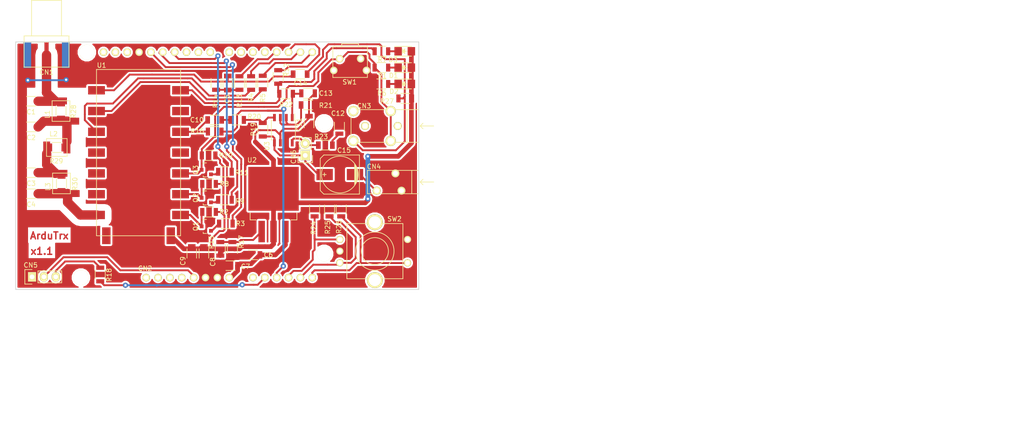
<source format=kicad_pcb>
(kicad_pcb (version 4) (host pcbnew 4.0.2+dfsg1-stable)
  (title_block (title "ArduTrx Shield CNC Version") (date 2018-07-16) (rev x1.1))
  (layers (0 F.Cu signal) (31 B.Cu signal) (34 B.Paste user) (35 F.Paste user) (36 B.SilkS user) (37 F.SilkS user) (38 B.Mask user) (39 F.Mask user) (44 Edge.Cuts user))
  (net 0 "")
  (net 1 GND)
  (net 2 "Net-(C5-Pad1)")
  (net 3 /MIC_IN)
  (net 4 VAA)
  (net 5 VCC)
  (net 6 "Net-(C10-Pad1)")
  (net 7 /AF_OUT)
  (net 8 "Net-(C12-Pad1)")
  (net 9 "Net-(C12-Pad2)")
  (net 10 "Net-(C13-Pad1)")
  (net 11 /KEYPAD_A0)
  (net 12 /GPS_RX)
  (net 13 /AF_OUT_R)
  (net 14 /ENC_A)
  (net 15 /ENC_B)
  (net 16 /ENC_SW)
  (net 17 "Net-(CN2-Pad31)")
  (net 18 "Net-(CN2-Pad30)")
  (net 19 "Net-(CN2-Pad29)")
  (net 20 "Net-(CN2-Pad28)")
  (net 21 +5V)
  (net 22 /KEYPAD_7)
  (net 23 /KEYPAD_6)
  (net 24 /KEYPAD_5)
  (net 25 /KEYPAD_4)
  (net 26 /MIC_IN_R)
  (net 27 /SQ_R)
  (net 28 /TXD)
  (net 29 "Net-(CN2-Pad17)")
  (net 30 "Net-(CN2-Pad16)")
  (net 31 "Net-(CN2-Pad15)")
  (net 32 /H_L_Q)
  (net 33 /PD_Q)
  (net 34 /PTT_Q)
  (net 35 /KEYPAD_10)
  (net 36 /KEYPAD_9)
  (net 37 /KEYPAD_8)
  (net 38 /RXD)
  (net 39 /H_L)
  (net 40 "Net-(Q1-Pad1)")
  (net 41 /TXD_R)
  (net 42 /RXD_R)
  (net 43 /PD)
  (net 44 "Net-(Q2-Pad1)")
  (net 45 /PTT)
  (net 46 "Net-(Q3-Pad1)")
  (net 47 /SQ)
  (net 48 "Net-(R15-Pad2)")
  (net 49 "Net-(R19-Pad2)")
  (net 50 "Net-(R21-Pad2)")
  (net 51 "Net-(U1-Pad11)")
  (net 52 "Net-(U1-Pad2)")
  (net 53 "Net-(U1-Pad4)")
  (net 54 "Net-(U1-Pad15)")
  (net 55 "Net-(U1-Pad14)")
  (net 56 "Net-(U1-Pad13)")
  (net 57 /MIC)
  (net 58 /SPKR)
  (net 59 "Net-(CN3-Pad3)")
  (net 60 "Net-(D1-Pad1)")
  (net 61 "Net-(D2-Pad1)")
  (net 62 "Net-(D3-Pad1)")
  (net 63 /ANT3)
  (net 64 /ANT2)
  (net 65 /ANT1)
  (net 66 /ANT0)
  (net 67 "Net-(CN5-Pad3)")
  (net 68 "Net-(C15-Pad1)")
  (module capacitors:C_1206 (layer F.Cu) (at 58 89.7 180)
    (fp_text reference C1 (at 0 -2.3 180) (layer F.SilkS))
    (fp_text value 30p)
    (pad 1 smd rect (at -1.5 0 180) (size 1 1.6) (layers F.Cu F.Paste F.Mask) (net 63 /ANT3))
    (pad 2 smd rect (at 1.5 0 180) (size 1 1.6) (layers F.Cu F.Paste F.Mask) (net 1 GND))
  )
  (module capacitors:C_1206 (layer F.Cu) (at 58 95.2 180)
    (fp_text reference C2 (at 0 -2.3 180) (layer F.SilkS))
    (fp_text value 47p)
    (pad 1 smd rect (at -1.5 0 180) (size 1 1.6) (layers F.Cu F.Paste F.Mask) (net 64 /ANT2))
    (pad 2 smd rect (at 1.5 0 180) (size 1 1.6) (layers F.Cu F.Paste F.Mask) (net 1 GND))
  )
  (module capacitors:C_1206 (layer F.Cu) (at 58 105 180)
    (fp_text reference C3 (at 0 -2.3 180) (layer F.SilkS))
    (fp_text value 47p)
    (pad 1 smd rect (at -1.5 0 180) (size 1 1.6) (layers F.Cu F.Paste F.Mask) (net 65 /ANT1))
    (pad 2 smd rect (at 1.5 0 180) (size 1 1.6) (layers F.Cu F.Paste F.Mask) (net 1 GND))
  )
  (module capacitors:C_1206 (layer F.Cu) (at 58 109.5 180)
    (fp_text reference C4 (at 0 -2.3 180) (layer F.SilkS))
    (fp_text value 30p)
    (pad 1 smd rect (at -1.5 0 180) (size 1 1.6) (layers F.Cu F.Paste F.Mask) (net 66 /ANT0))
    (pad 2 smd rect (at 1.5 0 180) (size 1 1.6) (layers F.Cu F.Paste F.Mask) (net 1 GND))
  )
  (module capacitors:C_1206 (layer F.Cu) (at 100.1 85.8 90)
    (fp_text reference C5 (at -3.4 -0.1 90) (layer F.SilkS))
    (fp_text value 100n)
    (pad 1 smd rect (at -1.5 0 90) (size 1 1.6) (layers F.Cu F.Paste F.Mask) (net 2 "Net-(C5-Pad1)"))
    (pad 2 smd rect (at 1.5 0 90) (size 1 1.6) (layers F.Cu F.Paste F.Mask) (net 3 /MIC_IN))
  )
  (module capacitors:C_1206 (layer F.Cu) (at 105.5 122.6 180)
    (fp_text reference C6 (at -3.3 0 180) (layer F.SilkS))
    (fp_text value 10u)
    (pad 1 smd rect (at -1.5 0 180) (size 1 1.6) (layers F.Cu F.Paste F.Mask) (net 4 VAA))
    (pad 2 smd rect (at 1.5 0 180) (size 1 1.6) (layers F.Cu F.Paste F.Mask) (net 1 GND))
  )
  (module capacitors:C_1206 (layer F.Cu) (at 100.7 124.9 180)
    (fp_text reference C7 (at -3.2 -0.2 180) (layer F.SilkS))
    (fp_text value 100n)
    (pad 1 smd rect (at -1.5 0 180) (size 1 1.6) (layers F.Cu F.Paste F.Mask) (net 4 VAA))
    (pad 2 smd rect (at 1.5 0 180) (size 1 1.6) (layers F.Cu F.Paste F.Mask) (net 1 GND))
  )
  (module capacitors:C_1206 (layer F.Cu) (at 95 122.3 270)
    (fp_text reference C8 (at 1.8 -1.9 270) (layer F.SilkS))
    (fp_text value 100n)
    (pad 1 smd rect (at -1.5 0 270) (size 1 1.6) (layers F.Cu F.Paste F.Mask) (net 5 VCC))
    (pad 2 smd rect (at 1.5 0 270) (size 1 1.6) (layers F.Cu F.Paste F.Mask) (net 1 GND))
  )
  (module capacitors:C_1206 (layer F.Cu) (at 92.4 122.3 270)
    (fp_text reference C9 (at 1.6 1.9 270) (layer F.SilkS))
    (fp_text value 10u)
    (pad 1 smd rect (at -1.5 0 270) (size 1 1.6) (layers F.Cu F.Paste F.Mask) (net 5 VCC))
    (pad 2 smd rect (at 1.5 0 270) (size 1 1.6) (layers F.Cu F.Paste F.Mask) (net 1 GND))
  )
  (module capacitors:C_1206 (layer F.Cu) (at 97.3 93.7 180)
    (fp_text reference C10 (at 3.8 0 180) (layer F.SilkS))
    (fp_text value 100n)
    (pad 1 smd rect (at -1.5 0 180) (size 1 1.6) (layers F.Cu F.Paste F.Mask) (net 6 "Net-(C10-Pad1)"))
    (pad 2 smd rect (at 1.5 0 180) (size 1 1.6) (layers F.Cu F.Paste F.Mask) (net 7 /AF_OUT))
  )
  (module capacitors:C_1206 (layer F.Cu) (at 117.5 94.4 270)
    (fp_text reference C11 (at 0.3 2.1 270) (layer F.SilkS))
    (fp_text value 100n)
    (pad 1 smd rect (at -1.5 0 270) (size 1 1.6) (layers F.Cu F.Paste F.Mask) (net 5 VCC))
    (pad 2 smd rect (at 1.5 0 270) (size 1 1.6) (layers F.Cu F.Paste F.Mask) (net 1 GND))
  )
  (module capacitors:C_1206 (layer F.Cu) (at 121 99.1)
    (fp_text reference C12 (at 2.7 -6.8) (layer F.SilkS))
    (fp_text value 100n)
    (pad 1 smd rect (at -1.5 0) (size 1 1.6) (layers F.Cu F.Paste F.Mask) (net 8 "Net-(C12-Pad1)"))
    (pad 2 smd rect (at 1.5 0) (size 1 1.6) (layers F.Cu F.Paste F.Mask) (net 9 "Net-(C12-Pad2)"))
  )
  (module capacitors:C_1206 (layer F.Cu) (at 117.3 90.5)
    (fp_text reference C13 (at 3.8 -2.5) (layer F.SilkS))
    (fp_text value 1u)
    (pad 1 smd rect (at -1.5 0) (size 1 1.6) (layers F.Cu F.Paste F.Mask) (net 10 "Net-(C13-Pad1)"))
    (pad 2 smd rect (at 1.5 0) (size 1 1.6) (layers F.Cu F.Paste F.Mask) (net 1 GND))
  )
  (module CON_wuerth:WR-SMA-PCB (layer F.Cu) (at 61.3 77 180)
    (fp_text reference CN1 (at 0 -6.5 180) (layer F.SilkS))
    (fp_text value 60312202114509)
    (pad 3 smd rect (at 4.125 -2.8 180) (size 1.65 5.6) (layers F.Cu F.Paste F.Mask) (net 1 GND))
    (pad 4 smd rect (at -4.125 -2.8 180) (size 1.65 5.6) (layers B.Cu F.Paste F.Mask) (net 1 GND))
    (pad 5 smd rect (at 4.125 -2.8 180) (size 1.65 5.6) (layers B.Cu F.Paste F.Mask) (net 1 GND))
    (pad 2 smd rect (at -4.125 -2.8 180) (size 1.65 5.6) (layers F.Cu F.Paste F.Mask) (net 1 GND))
    (pad 1 smd rect (at 0 -2.8 180) (size 0.9 5.6) (layers F.Cu F.Paste F.Mask) (net 63 /ANT3))
  )
  (module MODULE_compute:ARDUINO (layer F.Cu) (at 54.7 130)
    (fp_text reference CN2 (at 27.7 -4.5) (layer F.SilkS))
    (fp_text value ARDUINO)
    (pad "" np_thru_hole circle (at 66.04 -35.56) (size 3.175 3.175) (drill 3.175) (layers *.Cu *.Mask F.SilkS))
    (pad "" np_thru_hole circle (at 66.04 -7.62) (size 3.175 3.175) (drill 3.175) (layers *.Cu *.Mask F.SilkS))
    (pad "" np_thru_hole circle (at 15.24 -50.8) (size 3.175 3.175) (drill 3.175) (layers *.Cu *.Mask F.SilkS))
    (pad "" np_thru_hole circle (at 13.97 -2.54) (size 3.175 3.175) (drill 3.175) (layers *.Cu *.Mask F.SilkS))
    (pad 23 thru_hole circle (at 50.8 -2.54) (size 1.6 1.6) (drill 1) (layers *.Cu *.Mask F.SilkS) (net 11 /KEYPAD_A0))
    (pad 22 thru_hole circle (at 53.34 -2.54) (size 1.6 1.6) (drill 1) (layers *.Cu *.Mask F.SilkS) (net 12 /GPS_RX))
    (pad 21 thru_hole circle (at 55.88 -2.54) (size 1.6 1.6) (drill 1) (layers *.Cu *.Mask F.SilkS) (net 13 /AF_OUT_R))
    (pad 20 thru_hole circle (at 58.42 -2.54) (size 1.6 1.6) (drill 1) (layers *.Cu *.Mask F.SilkS) (net 14 /ENC_A))
    (pad 19 thru_hole circle (at 60.96 -2.54) (size 1.6 1.6) (drill 1) (layers *.Cu *.Mask F.SilkS) (net 15 /ENC_B))
    (pad 18 thru_hole circle (at 63.5 -2.54) (size 1.6 1.6) (drill 1) (layers *.Cu *.Mask F.SilkS) (net 16 /ENC_SW))
    (pad 31 thru_hole circle (at 27.94 -2.54) (size 1.6 1.6) (drill 1) (layers *.Cu *.Mask F.SilkS) (net 17 "Net-(CN2-Pad31)"))
    (pad 30 thru_hole circle (at 30.48 -2.54) (size 1.6 1.6) (drill 1) (layers *.Cu *.Mask F.SilkS) (net 18 "Net-(CN2-Pad30)"))
    (pad 29 thru_hole circle (at 33.02 -2.54) (size 1.6 1.6) (drill 1) (layers *.Cu *.Mask F.SilkS) (net 19 "Net-(CN2-Pad29)"))
    (pad 28 thru_hole circle (at 35.56 -2.54) (size 1.6 1.6) (drill 1) (layers *.Cu *.Mask F.SilkS) (net 20 "Net-(CN2-Pad28)"))
    (pad 27 thru_hole circle (at 38.1 -2.54) (size 1.6 1.6) (drill 1) (layers *.Cu *.Mask F.SilkS) (net 21 +5V))
    (pad 26 thru_hole circle (at 40.64 -2.54) (size 1.6 1.6) (drill 1) (layers *.Cu *.Mask F.SilkS) (net 1 GND))
    (pad 25 thru_hole circle (at 43.18 -2.54) (size 1.6 1.6) (drill 1) (layers *.Cu *.Mask F.SilkS) (net 1 GND))
    (pad 24 thru_hole circle (at 45.72 -2.54) (size 1.6 1.6) (drill 1) (layers *.Cu *.Mask F.SilkS) (net 4 VAA))
    (pad 7 thru_hole circle (at 45.72 -50.8) (size 1.6 1.6) (drill 1) (layers *.Cu *.Mask F.SilkS) (net 22 /KEYPAD_7))
    (pad 6 thru_hole circle (at 48.26 -50.8) (size 1.6 1.6) (drill 1) (layers *.Cu *.Mask F.SilkS) (net 23 /KEYPAD_6))
    (pad 5 thru_hole circle (at 50.8 -50.8) (size 1.6 1.6) (drill 1) (layers *.Cu *.Mask F.SilkS) (net 24 /KEYPAD_5))
    (pad 4 thru_hole circle (at 53.34 -50.8) (size 1.6 1.6) (drill 1) (layers *.Cu *.Mask F.SilkS) (net 25 /KEYPAD_4))
    (pad 3 thru_hole circle (at 55.88 -50.8) (size 1.6 1.6) (drill 1) (layers *.Cu *.Mask F.SilkS) (net 26 /MIC_IN_R))
    (pad 2 thru_hole circle (at 58.42 -50.8) (size 1.6 1.6) (drill 1) (layers *.Cu *.Mask F.SilkS) (net 27 /SQ_R))
    (pad 1 thru_hole circle (at 60.96 -50.8) (size 1.6 1.6) (drill 1) (layers *.Cu *.Mask F.SilkS) (net 28 /TXD))
    (pad 17 thru_hole circle (at 18.796 -50.8) (size 1.6 1.6) (drill 1) (layers *.Cu *.Mask F.SilkS) (net 29 "Net-(CN2-Pad17)"))
    (pad 16 thru_hole circle (at 21.336 -50.8) (size 1.6 1.6) (drill 1) (layers *.Cu *.Mask F.SilkS) (net 30 "Net-(CN2-Pad16)"))
    (pad 15 thru_hole circle (at 23.876 -50.8) (size 1.6 1.6) (drill 1) (layers *.Cu *.Mask F.SilkS) (net 31 "Net-(CN2-Pad15)"))
    (pad 14 thru_hole circle (at 26.416 -50.8) (size 1.6 1.6) (drill 1) (layers *.Cu *.Mask F.SilkS) (net 1 GND))
    (pad 13 thru_hole circle (at 28.956 -50.8) (size 1.6 1.6) (drill 1) (layers *.Cu *.Mask F.SilkS) (net 32 /H_L_Q))
    (pad 12 thru_hole circle (at 31.496 -50.8) (size 1.6 1.6) (drill 1) (layers *.Cu *.Mask F.SilkS) (net 33 /PD_Q))
    (pad 11 thru_hole circle (at 34.036 -50.8) (size 1.6 1.6) (drill 1) (layers *.Cu *.Mask F.SilkS) (net 34 /PTT_Q))
    (pad 10 thru_hole circle (at 36.576 -50.8) (size 1.6 1.6) (drill 1) (layers *.Cu *.Mask F.SilkS) (net 35 /KEYPAD_10))
    (pad 9 thru_hole circle (at 39.116 -50.8) (size 1.6 1.6) (drill 1) (layers *.Cu *.Mask F.SilkS) (net 36 /KEYPAD_9))
    (pad 8 thru_hole circle (at 41.656 -50.8) (size 1.6 1.6) (drill 1) (layers *.Cu *.Mask F.SilkS) (net 37 /KEYPAD_8))
    (pad 0 thru_hole circle (at 63.5 -50.8) (size 1.6 1.6) (drill 1) (layers *.Cu *.Mask F.SilkS) (net 38 /RXD))
  )
  (module L_filter:WE-CAIR_4248 (layer F.Cu) (at 64.4 91.8 270)
    (fp_text reference L1 (at 0.7 2.9 270) (layer F.SilkS))
    (fp_text value 744912156)
    (pad 2 smd rect (at 2.165 -1.31 270) (size 1.48 5.16) (layers F.Cu F.Paste F.Mask) (net 64 /ANT2))
    (pad 1 smd rect (at -2.165 1.31 270) (size 1.48 5.16) (layers F.Cu F.Paste F.Mask) (net 63 /ANT3))
  )
  (module L_filter:WE-CAIR_4248 (layer F.Cu) (at 63.5 99.6 180)
    (fp_text reference L2 (at 0.7 2.9 180) (layer F.SilkS))
    (fp_text value 744912156)
    (pad 2 smd rect (at 2.165 -1.31 180) (size 1.48 5.16) (layers F.Cu F.Paste F.Mask) (net 65 /ANT1))
    (pad 1 smd rect (at -2.165 1.31 180) (size 1.48 5.16) (layers F.Cu F.Paste F.Mask) (net 64 /ANT2))
  )
  (module L_filter:WE-CAIR_4248 (layer F.Cu) (at 64.5 107.3 270)
    (fp_text reference L3 (at 0.7 2.9 270) (layer F.SilkS))
    (fp_text value 744912156)
    (pad 2 smd rect (at 2.165 -1.31 270) (size 1.48 5.16) (layers F.Cu F.Paste F.Mask) (net 66 /ANT0))
    (pad 1 smd rect (at -2.165 1.31 270) (size 1.48 5.16) (layers F.Cu F.Paste F.Mask) (net 65 /ANT1))
  )
  (module resistors:R_1206 (layer F.Cu) (at 133 82.5 180)
    (fp_text reference R1 (at -0.2 -1.8 180) (layer F.SilkS))
    (fp_text value 1k)
    (pad 1 smd rect (at -1.45 0 180) (size 0.9 1.7) (layers F.Cu F.Paste F.Mask) (net 60 "Net-(D1-Pad1)"))
    (pad 2 smd rect (at 1.45 0 180) (size 0.9 1.7) (layers F.Cu F.Paste F.Mask) (net 45 /PTT))
  )
  (module resistors:R_1206 (layer F.Cu) (at 96.1 113.4 180)
    (fp_text reference R2 (at -3.2 0 180) (layer F.SilkS))
    (fp_text value 1k)
    (pad 1 smd rect (at -1.45 0 180) (size 0.9 1.7) (layers F.Cu F.Paste F.Mask) (net 5 VCC))
    (pad 2 smd rect (at 1.45 0 180) (size 0.9 1.7) (layers F.Cu F.Paste F.Mask) (net 39 /H_L))
  )
  (module resistors:R_1206 (layer F.Cu) (at 99.7 115.9 180)
    (fp_text reference R3 (at -3.1 0 180) (layer F.SilkS))
    (fp_text value 100)
    (pad 1 smd rect (at -1.45 0 180) (size 0.9 1.7) (layers F.Cu F.Paste F.Mask) (net 32 /H_L_Q))
    (pad 2 smd rect (at 1.45 0 180) (size 0.9 1.7) (layers F.Cu F.Paste F.Mask) (net 40 "Net-(Q1-Pad1)"))
  )
  (module resistors:R_1206 (layer F.Cu) (at 105.1 85.8 270)
    (fp_text reference R4 (at 3.1 0 270) (layer F.SilkS))
    (fp_text value 100)
    (pad 1 smd rect (at -1.45 0 270) (size 0.9 1.7) (layers F.Cu F.Paste F.Mask) (net 28 /TXD))
    (pad 2 smd rect (at 1.45 0 270) (size 0.9 1.7) (layers F.Cu F.Paste F.Mask) (net 41 /TXD_R))
  )
  (module resistors:R_1206 (layer F.Cu) (at 107.6 85.7 270)
    (fp_text reference R5 (at 3.3 0 270) (layer F.SilkS))
    (fp_text value 100)
    (pad 1 smd rect (at -1.45 0 270) (size 0.9 1.7) (layers F.Cu F.Paste F.Mask) (net 38 /RXD))
    (pad 2 smd rect (at 1.45 0 270) (size 0.9 1.7) (layers F.Cu F.Paste F.Mask) (net 42 /RXD_R))
  )
  (module resistors:R_1206 (layer F.Cu) (at 133 86 180)
    (fp_text reference R6 (at -0.1 -2 180) (layer F.SilkS))
    (fp_text value 1k)
    (pad 1 smd rect (at -1.45 0 180) (size 0.9 1.7) (layers F.Cu F.Paste F.Mask) (net 61 "Net-(D2-Pad1)"))
    (pad 2 smd rect (at 1.45 0 180) (size 0.9 1.7) (layers F.Cu F.Paste F.Mask) (net 1 GND))
  )
  (module resistors:R_1206 (layer F.Cu) (at 133 79 180)
    (fp_text reference R7 (at -0.2 -1.8 180) (layer F.SilkS))
    (fp_text value 1k)
    (pad 1 smd rect (at -1.45 0 180) (size 0.9 1.7) (layers F.Cu F.Paste F.Mask) (net 62 "Net-(D3-Pad1)"))
    (pad 2 smd rect (at 1.45 0 180) (size 0.9 1.7) (layers F.Cu F.Paste F.Mask) (net 47 /SQ))
  )
  (module resistors:R_1206 (layer F.Cu) (at 96.1 107.4 180)
    (fp_text reference R8 (at -3.3 0 180) (layer F.SilkS))
    (fp_text value 1k)
    (pad 1 smd rect (at -1.45 0 180) (size 0.9 1.7) (layers F.Cu F.Paste F.Mask) (net 5 VCC))
    (pad 2 smd rect (at 1.45 0 180) (size 0.9 1.7) (layers F.Cu F.Paste F.Mask) (net 43 /PD))
  )
  (module resistors:R_1206 (layer F.Cu) (at 99.5 110.8 180)
    (fp_text reference R9 (at -3.2 -0.3 180) (layer F.SilkS))
    (fp_text value 100)
    (pad 1 smd rect (at -1.45 0 180) (size 0.9 1.7) (layers F.Cu F.Paste F.Mask) (net 33 /PD_Q))
    (pad 2 smd rect (at 1.45 0 180) (size 0.9 1.7) (layers F.Cu F.Paste F.Mask) (net 44 "Net-(Q2-Pad1)"))
  )
  (module resistors:R_1206 (layer F.Cu) (at 96 101.3 180)
    (fp_text reference R10 (at -3.7 0 180) (layer F.SilkS))
    (fp_text value 1k)
    (pad 1 smd rect (at -1.45 0 180) (size 0.9 1.7) (layers F.Cu F.Paste F.Mask) (net 5 VCC))
    (pad 2 smd rect (at 1.45 0 180) (size 0.9 1.7) (layers F.Cu F.Paste F.Mask) (net 45 /PTT))
  )
  (module resistors:R_1206 (layer F.Cu) (at 99.5 104.8 180)
    (fp_text reference R11 (at -3.6 -0.2 180) (layer F.SilkS))
    (fp_text value 100)
    (pad 1 smd rect (at -1.45 0 180) (size 0.9 1.7) (layers F.Cu F.Paste F.Mask) (net 34 /PTT_Q))
    (pad 2 smd rect (at 1.45 0 180) (size 0.9 1.7) (layers F.Cu F.Paste F.Mask) (net 46 "Net-(Q3-Pad1)"))
  )
  (module resistors:R_1206 (layer F.Cu) (at 110.9 84.5 90)
    (fp_text reference R12 (at 1.5 1.8 90) (layer F.SilkS))
    (fp_text value 100)
    (pad 1 smd rect (at -1.45 0 90) (size 0.9 1.7) (layers F.Cu F.Paste F.Mask) (net 47 /SQ))
    (pad 2 smd rect (at 1.45 0 90) (size 0.9 1.7) (layers F.Cu F.Paste F.Mask) (net 27 /SQ_R))
  )
  (module resistors:R_1206 (layer F.Cu) (at 102.6 85.8 270)
    (fp_text reference R13 (at 3.8 0 270) (layer F.SilkS))
    (fp_text value 4k7)
    (pad 1 smd rect (at -1.45 0 270) (size 0.9 1.7) (layers F.Cu F.Paste F.Mask) (net 26 /MIC_IN_R))
    (pad 2 smd rect (at 1.45 0 270) (size 0.9 1.7) (layers F.Cu F.Paste F.Mask) (net 2 "Net-(C5-Pad1)"))
  )
  (module resistors:R_1206 (layer F.Cu) (at 97.6 85.8 90)
    (fp_text reference R14 (at -3.9 -0.1 90) (layer F.SilkS))
    (fp_text value 1k)
    (pad 1 smd rect (at -1.45 0 90) (size 0.9 1.7) (layers F.Cu F.Paste F.Mask) (net 2 "Net-(C5-Pad1)"))
    (pad 2 smd rect (at 1.45 0 90) (size 0.9 1.7) (layers F.Cu F.Paste F.Mask) (net 1 GND))
  )
  (module resistors:R_1206 (layer F.Cu) (at 98.5 121.3 90)
    (fp_text reference R15 (at 1.4 -1.9 90) (layer F.SilkS))
    (fp_text value 121)
    (pad 1 smd rect (at -1.45 0 90) (size 0.9 1.7) (layers F.Cu F.Paste F.Mask) (net 5 VCC))
    (pad 2 smd rect (at 1.45 0 90) (size 0.9 1.7) (layers F.Cu F.Paste F.Mask) (net 48 "Net-(R15-Pad2)"))
  )
  (module resistors:R_1206 (layer F.Cu) (at 97.3 96.2 180)
    (fp_text reference R16 (at 3.7 0.1 180) (layer F.SilkS))
    (fp_text value 100)
    (pad 1 smd rect (at -1.45 0 180) (size 0.9 1.7) (layers F.Cu F.Paste F.Mask) (net 13 /AF_OUT_R))
    (pad 2 smd rect (at 1.45 0 180) (size 0.9 1.7) (layers F.Cu F.Paste F.Mask) (net 7 /AF_OUT))
  )
  (module resistors:R_1206 (layer F.Cu) (at 101.1 121.3 270)
    (fp_text reference R17 (at -1.5 -1.9 270) (layer F.SilkS))
    (fp_text value 330)
    (pad 1 smd rect (at -1.45 0 270) (size 0.9 1.7) (layers F.Cu F.Paste F.Mask) (net 48 "Net-(R15-Pad2)"))
    (pad 2 smd rect (at 1.45 0 270) (size 0.9 1.7) (layers F.Cu F.Paste F.Mask) (net 1 GND))
  )
  (module resistors:R_1206 (layer F.Cu) (at 72.8 126.8 90)
    (fp_text reference R18 (at -0.1 1.9 90) (layer F.SilkS))
    (fp_text value 100)
    (pad 1 smd rect (at -1.45 0 90) (size 0.9 1.7) (layers F.Cu F.Paste F.Mask) (net 12 /GPS_RX))
    (pad 2 smd rect (at 1.45 0 90) (size 0.9 1.7) (layers F.Cu F.Paste F.Mask) (net 67 "Net-(CN5-Pad3)"))
  )
  (module resistors:R_1206 (layer F.Cu) (at 107.6 95.8 90)
    (fp_text reference R19 (at 0.1 -2 90) (layer F.SilkS))
    (fp_text value 20k)
    (pad 1 smd rect (at -1.45 0 90) (size 0.9 1.7) (layers F.Cu F.Paste F.Mask) (net 68 "Net-(C15-Pad1)"))
    (pad 2 smd rect (at 1.45 0 90) (size 0.9 1.7) (layers F.Cu F.Paste F.Mask) (net 49 "Net-(R19-Pad2)"))
  )
  (module resistors:R_1206 (layer F.Cu) (at 102.1 93.7 180)
    (fp_text reference R20 (at -3.7 0.7 180) (layer F.SilkS))
    (fp_text value 20k)
    (pad 1 smd rect (at -1.45 0 180) (size 0.9 1.7) (layers F.Cu F.Paste F.Mask) (net 49 "Net-(R19-Pad2)"))
    (pad 2 smd rect (at 1.45 0 180) (size 0.9 1.7) (layers F.Cu F.Paste F.Mask) (net 6 "Net-(C10-Pad1)"))
  )
  (module resistors:R_1206 (layer F.Cu) (at 117.3 88 180)
    (fp_text reference R21 (at -3.8 -2.6 180) (layer F.SilkS))
    (fp_text value 1k)
    (pad 1 smd rect (at -1.45 0 180) (size 0.9 1.7) (layers F.Cu F.Paste F.Mask) (net 5 VCC))
    (pad 2 smd rect (at 1.45 0 180) (size 0.9 1.7) (layers F.Cu F.Paste F.Mask) (net 50 "Net-(R21-Pad2)"))
  )
  (module resistors:R_1206 (layer F.Cu) (at 112.6 88.1 180)
    (fp_text reference R22 (at 0 -2.3 180) (layer F.SilkS))
    (fp_text value 100)
    (pad 1 smd rect (at -1.45 0 180) (size 0.9 1.7) (layers F.Cu F.Paste F.Mask) (net 50 "Net-(R21-Pad2)"))
    (pad 2 smd rect (at 1.45 0 180) (size 0.9 1.7) (layers F.Cu F.Paste F.Mask) (net 47 /SQ))
  )
  (module resistors:R_1206 (layer F.Cu) (at 124 95.2 90)
    (fp_text reference R23 (at -2.1 -3.9 180) (layer F.SilkS))
    (fp_text value 2k)
    (pad 1 smd rect (at -1.45 0 90) (size 0.9 1.7) (layers F.Cu F.Paste F.Mask) (net 9 "Net-(C12-Pad2)"))
    (pad 2 smd rect (at 1.45 0 90) (size 0.9 1.7) (layers F.Cu F.Paste F.Mask) (net 1 GND))
  )
  (module MODULE_RF:DRA818 (layer F.Cu) (at 81 100.7)
    (fp_text reference U1 (at -7.9 -18.7) (layer F.SilkS))
    (fp_text value DRA818)
    (pad 8 smd rect (at 6.9 17.8 90) (size 3.6 1.8) (layers F.Cu F.Paste F.Mask) (net 5 VCC))
    (pad 9 smd rect (at 2.3 17.8 90) (size 3.6 1.8) (layers F.Cu F.Paste F.Mask) (net 1 GND))
    (pad 11 smd rect (at -6.9 17.8 90) (size 3.6 1.8) (layers F.Cu F.Paste F.Mask) (net 51 "Net-(U1-Pad11)"))
    (pad 10 smd rect (at -2.3 17.8 90) (size 3.6 1.8) (layers F.Cu F.Paste F.Mask) (net 1 GND))
    (pad 1 smd rect (at 9 -13.35) (size 3.6 1.8) (layers F.Cu F.Paste F.Mask) (net 47 /SQ))
    (pad 2 smd rect (at 9 -8.9) (size 3.6 1.8) (layers F.Cu F.Paste F.Mask) (net 52 "Net-(U1-Pad2)"))
    (pad 3 smd rect (at 9 -4.45) (size 3.6 1.8) (layers F.Cu F.Paste F.Mask) (net 7 /AF_OUT))
    (pad 4 smd rect (at 9 0) (size 3.6 1.8) (layers F.Cu F.Paste F.Mask) (net 53 "Net-(U1-Pad4)"))
    (pad 5 smd rect (at 9 4.45) (size 3.6 1.8) (layers F.Cu F.Paste F.Mask) (net 45 /PTT))
    (pad 6 smd rect (at 9 8.9) (size 3.6 1.8) (layers F.Cu F.Paste F.Mask) (net 43 /PD))
    (pad 18 smd rect (at -9 -13.35) (size 3.6 1.8) (layers F.Cu F.Paste F.Mask) (net 3 /MIC_IN))
    (pad 17 smd rect (at -9 -8.9) (size 3.6 1.8) (layers F.Cu F.Paste F.Mask) (net 42 /RXD_R))
    (pad 16 smd rect (at -9 -4.45) (size 3.6 1.8) (layers F.Cu F.Paste F.Mask) (net 41 /TXD_R))
    (pad 15 smd rect (at -9 0) (size 3.6 1.8) (layers F.Cu F.Paste F.Mask) (net 54 "Net-(U1-Pad15)"))
    (pad 14 smd rect (at -9 4.45) (size 3.6 1.8) (layers F.Cu F.Paste F.Mask) (net 55 "Net-(U1-Pad14)"))
    (pad 13 smd rect (at -9 8.9) (size 3.6 1.8) (layers F.Cu F.Paste F.Mask) (net 56 "Net-(U1-Pad13)"))
    (pad 12 smd rect (at -9 13.35) (size 3.6 1.8) (layers F.Cu F.Paste F.Mask) (net 66 /ANT0))
    (pad 7 smd rect (at 9 13.35) (size 3.6 1.8) (layers F.Cu F.Paste F.Mask) (net 39 /H_L))
  )
  (module SOT_TO:TO-263-3Lead (layer F.Cu) (at 109.9 117.6 90)
    (fp_text reference U2 (at 15.3 -4.6 180) (layer F.SilkS))
    (fp_text value LT1085)
    (pad 2 smd rect (at 0 0 90) (size 4.6 1.39) (layers F.Cu F.Paste F.Mask) (net 5 VCC))
    (pad 4 smd rect (at 9.15 0 90) (size 9.4 10.8) (layers F.Cu F.Paste F.Mask) (net 5 VCC))
    (pad 3 smd rect (at 0 2.54 90) (size 4.6 1.39) (layers F.Cu F.Paste F.Mask) (net 4 VAA))
    (pad 1 smd rect (at 0 -2.54 90) (size 4.6 1.39) (layers F.Cu F.Paste F.Mask) (net 48 "Net-(R15-Pad2)"))
  )
  (module SOIC:SOIC-8_3.9x4.9mm_Pitch1.27mm (layer F.Cu) (at 112 95.9 270)
    (fp_text reference U3 (at 3.4 3.5 450) (layer F.SilkS))
    (fp_text value LM4871)
    (pad 1 smd rect (at -2.7045 -1.9085 270) (size 1.55 0.6) (layers F.Cu F.Paste F.Mask) (net 50 "Net-(R21-Pad2)"))
    (pad 2 smd rect (at -2.7045 -0.6385 270) (size 1.55 0.6) (layers F.Cu F.Paste F.Mask) (net 10 "Net-(C13-Pad1)"))
    (pad 3 smd rect (at -2.7045 0.6315 270) (size 1.55 0.6) (layers F.Cu F.Paste F.Mask) (net 10 "Net-(C13-Pad1)"))
    (pad 4 smd rect (at -2.7045 1.9015 270) (size 1.55 0.6) (layers F.Cu F.Paste F.Mask) (net 49 "Net-(R19-Pad2)"))
    (pad 5 smd rect (at 2.6955 1.9015 270) (size 1.55 0.6) (layers F.Cu F.Paste F.Mask) (net 68 "Net-(C15-Pad1)"))
    (pad 6 smd rect (at 2.6955 0.6315 270) (size 1.55 0.6) (layers F.Cu F.Paste F.Mask) (net 5 VCC))
    (pad 7 smd rect (at 2.6955 -0.6385 270) (size 1.55 0.6) (layers F.Cu F.Paste F.Mask) (net 1 GND))
    (pad 8 smd rect (at 2.6955 -1.9085 270) (size 1.55 0.6) (layers F.Cu F.Paste F.Mask) (net 8 "Net-(C12-Pad1)"))
  )
  (module LEDs:LED_1206 (layer F.Cu) (at 138 82.5)
    (fp_text reference D1 (at -2.4 1.7) (layer F.SilkS))
    (fp_text value Led_Small)
    (pad 2 smd rect (at 1.41986 0 180) (size 1.59766 1.80086) (layers F.Cu F.Paste F.Mask) (net 5 VCC))
    (pad 1 smd rect (at -1.41986 0 180) (size 1.59766 1.80086) (layers F.Cu F.Paste F.Mask) (net 60 "Net-(D1-Pad1)"))
  )
  (module LEDs:LED_1206 (layer F.Cu) (at 138 86)
    (fp_text reference D2 (at -2.3 1.6) (layer F.SilkS))
    (fp_text value Led_Small)
    (pad 2 smd rect (at 1.41986 0 180) (size 1.59766 1.80086) (layers F.Cu F.Paste F.Mask) (net 5 VCC))
    (pad 1 smd rect (at -1.41986 0 180) (size 1.59766 1.80086) (layers F.Cu F.Paste F.Mask) (net 61 "Net-(D2-Pad1)"))
  )
  (module LEDs:LED_1206 (layer F.Cu) (at 138 79)
    (fp_text reference D3 (at -2.5 1.8) (layer F.SilkS))
    (fp_text value Led_Small)
    (pad 2 smd rect (at 1.41986 0 180) (size 1.59766 1.80086) (layers F.Cu F.Paste F.Mask) (net 5 VCC))
    (pad 1 smd rect (at -1.41986 0 180) (size 1.59766 1.80086) (layers F.Cu F.Paste F.Mask) (net 62 "Net-(D3-Pad1)"))
  )
  (module SOT_TO:SOT-23 (layer F.Cu) (at 95.5 116.5 90)
    (fp_text reference Q1 (at 0 -2.25 90) (layer F.SilkS))
    (fp_text value 2N7002)
    (pad 1 smd rect (at -0.95 1.00076 90) (size 0.8001 0.8001) (layers F.Cu F.Paste F.Mask) (net 40 "Net-(Q1-Pad1)"))
    (pad 2 smd rect (at 0.95 1.00076 90) (size 0.8001 0.8001) (layers F.Cu F.Paste F.Mask) (net 1 GND))
    (pad 3 smd rect (at 0 -0.99822 90) (size 0.8001 0.8001) (layers F.Cu F.Paste F.Mask) (net 39 /H_L))
  )
  (module SOT_TO:SOT-23 (layer F.Cu) (at 95.5 110.4 90)
    (fp_text reference Q2 (at 0 -2.25 90) (layer F.SilkS))
    (fp_text value 2N7002)
    (pad 1 smd rect (at -0.95 1.00076 90) (size 0.8001 0.8001) (layers F.Cu F.Paste F.Mask) (net 44 "Net-(Q2-Pad1)"))
    (pad 2 smd rect (at 0.95 1.00076 90) (size 0.8001 0.8001) (layers F.Cu F.Paste F.Mask) (net 1 GND))
    (pad 3 smd rect (at 0 -0.99822 90) (size 0.8001 0.8001) (layers F.Cu F.Paste F.Mask) (net 43 /PD))
  )
  (module SOT_TO:SOT-23 (layer F.Cu) (at 95.5 104.4 90)
    (fp_text reference Q3 (at 0 -2.25 90) (layer F.SilkS))
    (fp_text value 2N7002)
    (pad 1 smd rect (at -0.95 1.00076 90) (size 0.8001 0.8001) (layers F.Cu F.Paste F.Mask) (net 46 "Net-(Q3-Pad1)"))
    (pad 2 smd rect (at 0.95 1.00076 90) (size 0.8001 0.8001) (layers F.Cu F.Paste F.Mask) (net 1 GND))
    (pad 3 smd rect (at 0 -0.99822 90) (size 0.8001 0.8001) (layers F.Cu F.Paste F.Mask) (net 45 /PTT))
  )
  (module resistors:R_1206 (layer F.Cu) (at 118.7 112.9 270)
    (fp_text reference R24 (at 3.9 0.2 270) (layer F.SilkS))
    (fp_text value 1k)
    (pad 1 smd rect (at -1.45 0 270) (size 0.9 1.7) (layers F.Cu F.Paste F.Mask) (net 5 VCC))
    (pad 2 smd rect (at 1.45 0 270) (size 0.9 1.7) (layers F.Cu F.Paste F.Mask) (net 14 /ENC_A))
  )
  (module resistors:R_1206 (layer F.Cu) (at 121.9 112.9 270)
    (fp_text reference R25 (at 3.8 0.4 270) (layer F.SilkS))
    (fp_text value 1k)
    (pad 1 smd rect (at -1.45 0 270) (size 0.9 1.7) (layers F.Cu F.Paste F.Mask) (net 5 VCC))
    (pad 2 smd rect (at 1.45 0 270) (size 0.9 1.7) (layers F.Cu F.Paste F.Mask) (net 15 /ENC_B))
  )
  (module resistors:R_1206 (layer F.Cu) (at 124.4 112.9 270)
    (fp_text reference R26 (at 3.7 0.5 270) (layer F.SilkS))
    (fp_text value 1k)
    (pad 1 smd rect (at -1.45 0 270) (size 0.9 1.7) (layers F.Cu F.Paste F.Mask) (net 5 VCC))
    (pad 2 smd rect (at 1.45 0 270) (size 0.9 1.7) (layers F.Cu F.Paste F.Mask) (net 16 /ENC_SW))
  )
  (module mechanical-switches:ALPS_EC11E (layer F.Cu) (at 131.6 121.8 270)
    (fp_text reference SW2 (at -6.9 -4.2 540) (layer F.SilkS))
    (fp_text value ALPS_EC11E)
    (pad 0 thru_hole circle (at 6.2 0 270) (size 3.4 3.4) (drill 2.6) (layers *.Cu *.Mask F.SilkS))
    (pad 0 thru_hole circle (at -6.2 0 270) (size 3.4 3.4) (drill 2.6) (layers *.Cu *.Mask F.SilkS))
    (pad D thru_hole circle (at -2.5 -7 270) (size 1.524 1.524) (drill 1) (layers *.Cu *.Mask F.SilkS) (net 1 GND))
    (pad B thru_hole circle (at 2.5 7.5 270) (size 1.524 1.524) (drill 1) (layers *.Cu *.Mask F.SilkS) (net 15 /ENC_B))
    (pad E thru_hole circle (at 2.5 -7 270) (size 1.524 1.524) (drill 1) (layers *.Cu *.Mask F.SilkS) (net 16 /ENC_SW))
    (pad C thru_hole circle (at 0 7.5 270) (size 1.524 1.524) (drill 1) (layers *.Cu *.Mask F.SilkS) (net 1 GND))
    (pad A thru_hole circle (at -2.5 7.5 270) (size 1.524 1.524) (drill 1) (layers *.Cu *.Mask F.SilkS) (net 14 /ENC_A))
  )
  (module capacitors:C_1206 (layer F.Cu) (at 115.6 83.9 180)
    (fp_text reference C14 (at -0.1 -1.9 180) (layer F.SilkS))
    (fp_text value 100n)
    (pad 1 smd rect (at -1.5 0 180) (size 1 1.6) (layers F.Cu F.Paste F.Mask) (net 57 /MIC))
    (pad 2 smd rect (at 1.5 0 180) (size 1 1.6) (layers F.Cu F.Paste F.Mask) (net 3 /MIC_IN))
  )
  (module resistors:R_1206 (layer F.Cu) (at 138.1 89.1 180)
    (fp_text reference R27 (at 3.9 -0.6 180) (layer F.SilkS))
    (fp_text value 4k7)
    (pad 1 smd rect (at -1.45 0 180) (size 0.9 1.7) (layers F.Cu F.Paste F.Mask) (net 5 VCC))
    (pad 2 smd rect (at 1.45 0 180) (size 0.9 1.7) (layers F.Cu F.Paste F.Mask) (net 57 /MIC))
  )
  (module CON_lumberg:1503_08 (layer F.Cu) (at 141 95 270)
    (fp_text reference CN3 (at -4.3 11.7 360) (layer F.SilkS))
    (fp_text value CON_KLINKE3)
    (pad "" np_thru_hole circle (at 0 11.5 270) (size 1.7 1.7) (drill 1.15) (layers *.Cu *.Mask F.SilkS))
    (pad "" np_thru_hole circle (at 0 4.5 270) (size 1.7 1.7) (drill 1.15) (layers *.Cu *.Mask F.SilkS))
    (pad 2 thru_hole circle (at 3.2 14 270) (size 2.2 2.2) (drill 1.5) (layers *.Cu *.Mask F.SilkS) (net 57 /MIC))
    (pad 3 thru_hole circle (at -3.2 14 270) (size 2.2 2.2) (drill 1.5) (layers *.Cu *.Mask F.SilkS) (net 59 "Net-(CN3-Pad3)"))
    (pad 1 thru_hole circle (at -3.2 6 270) (size 2.2 2.2) (drill 1.5) (layers *.Cu *.Mask F.SilkS) (net 45 /PTT))
    (pad 1 thru_hole circle (at 3.2 6 270) (size 2.2 2.2) (drill 1.5) (layers *.Cu *.Mask F.SilkS) (net 45 /PTT))
  )
  (module CON_lumberg:1501_03 (layer F.Cu) (at 141 107 270)
    (fp_text reference CN4 (at -3.3 9.6 540) (layer F.SilkS))
    (fp_text value CON_KLINKE3)
    (pad 3 thru_hole circle (at 1.85 9 270) (size 1.7 1.7) (drill 1.1) (layers *.Cu *.Mask F.SilkS) (net 58 /SPKR))
    (pad 2 thru_hole circle (at -1.85 5 270) (size 1.7 1.7) (drill 1.1) (layers *.Cu *.Mask F.SilkS) (net 1 GND))
    (pad 1 thru_hole circle (at 1.85 3.7 270) (size 1.7 1.7) (drill 1.1) (layers *.Cu *.Mask F.SilkS) (net 1 GND))
  )
  (module mechanical-switches:WE_4312x6xxx7x6 (layer F.Cu) (at 126.3 80.6 180)
    (fp_text reference SW1 (at 0.1 -5 180) (layer F.SilkS))
    (fp_text value TAST_HOR)
    (pad 4 thru_hole circle (at 3.5 -2.5 180) (size 1.6 1.6) (drill 1) (layers *.Cu *.Mask F.SilkS) (net 1 GND))
    (pad 1 thru_hole circle (at -3.5 -2.5 180) (size 1.6 1.6) (drill 1) (layers *.Cu *.Mask F.SilkS) (net 1 GND))
    (pad 2 thru_hole circle (at -2.25 0 180) (size 1.6 1.6) (drill 1) (layers *.Cu *.Mask F.SilkS) (net 1 GND))
    (pad 3 thru_hole circle (at 2.25 0 180) (size 1.6 1.6) (drill 1) (layers *.Cu *.Mask F.SilkS) (net 45 /PTT))
  )
  (module resistors:R_1206 (layer F.Cu) (at 64.4 91.8 90)
    (fp_text reference R28 (at -0.1 2.7 90) (layer F.SilkS))
    (fp_text value DNI)
    (pad 1 smd rect (at -1.45 0 90) (size 0.9 1.7) (layers F.Cu F.Paste F.Mask) (net 64 /ANT2))
    (pad 2 smd rect (at 1.45 0 90) (size 0.9 1.7) (layers F.Cu F.Paste F.Mask) (net 63 /ANT3))
  )
  (module resistors:R_1206 (layer F.Cu) (at 63.5 99.6)
    (fp_text reference R29 (at -0.1 2.9) (layer F.SilkS))
    (fp_text value DNI)
    (pad 1 smd rect (at -1.45 0) (size 0.9 1.7) (layers F.Cu F.Paste F.Mask) (net 65 /ANT1))
    (pad 2 smd rect (at 1.45 0) (size 0.9 1.7) (layers F.Cu F.Paste F.Mask) (net 64 /ANT2))
  )
  (module resistors:R_1206 (layer F.Cu) (at 64.5 107.3 90)
    (fp_text reference R30 (at -0.1 2.9 90) (layer F.SilkS))
    (fp_text value DNI)
    (pad 1 smd rect (at -1.45 0 90) (size 0.9 1.7) (layers F.Cu F.Paste F.Mask) (net 66 /ANT0))
    (pad 2 smd rect (at 1.45 0 90) (size 0.9 1.7) (layers F.Cu F.Paste F.Mask) (net 65 /ANT1))
  )
  (module pin_headers:Pin_Header_Straight_1x03 (layer F.Cu) (at 58.2 127.3 90)
    (fp_text reference CN5 (at 2.5 -0.3 180) (layer F.SilkS))
    (fp_text value CONN_01X03)
    (pad 1 thru_hole rect (at 0 0 90) (size 2.032 1.7272) (drill 1.016) (layers *.Cu *.Mask F.SilkS) (net 1 GND))
    (pad 2 thru_hole oval (at 0 2.54 90) (size 2.032 1.7272) (drill 1.016) (layers *.Cu *.Mask F.SilkS) (net 21 +5V))
    (pad 3 thru_hole oval (at 0 5.08 90) (size 2.032 1.7272) (drill 1.016) (layers *.Cu *.Mask F.SilkS) (net 67 "Net-(CN5-Pad3)"))
  )
  (module pin_headers:Pin_Header_Straight_1x02 (layer F.Cu) (at 116.7 101.3 180)
    (fp_text reference CN6 (at 2.5 -0.3 270) (layer F.SilkS))
    (fp_text value CONN_01X02)
    (pad 1 thru_hole rect (at 0 0 180) (size 2.032 2.032) (drill 1.016) (layers *.Cu *.Mask F.SilkS) (net 68 "Net-(C15-Pad1)"))
    (pad 2 thru_hole oval (at 0 2.54 180) (size 2.032 2.032) (drill 1.016) (layers *.Cu *.Mask F.SilkS) (net 8 "Net-(C12-Pad1)"))
  )
  (module capacitors:c_elec_8x10.5 (layer F.Cu) (at 124.1 105.4 180)
    (fp_text reference C15 (at -0.9 5.2 180) (layer F.SilkS))
    (fp_text value 470u)
    (pad 1 smd rect (at 3.2512 0 180) (size 3.50012 2.4003) (layers F.Cu F.Paste F.Mask) (net 68 "Net-(C15-Pad1)"))
    (pad 2 smd rect (at -3.2512 0 180) (size 3.50012 2.4003) (layers F.Cu F.Paste F.Mask) (net 58 /SPKR))
  )
  (gr_text x1.1 (at 60.3 121.8) (layer F.Cu) (effects (font (size 1.5 1.5) (thickness 0.3))))
  (gr_text ArduTrx (at 61.9 118.5) (layer F.Cu) (effects (font (size 1.5 1.5) (thickness 0.3))))
  (gr_line (start 54.7 77) (end 54.7 130) (angle 90) (layer Edge.Cuts) (width 0.15))
  (gr_line (start 141 77) (end 54.7 77) (angle 90) (layer Edge.Cuts) (width 0.15))
  (gr_line (start 141 130) (end 141 77) (angle 90) (layer Edge.Cuts) (width 0.15))
  (gr_line (start 54.7 130) (end 141 130) (angle 90) (layer Edge.Cuts) (width 0.15))
  (segment (start 65.425 79.8) (end 65.425 85.025) (width 0.4) (layer F.Cu) (net 1))
  (segment (start 57.225 85.125) (end 57.175 85.125) (width 0.4) (layer F.Cu) (net 1))
  (segment (start 57.3 85.2) (end 57.225 85.125) (width 0.4) (layer F.Cu) (net 1))
  (via (at 57.3 85.2) (size 1.1) (drill 0.5) (layers F.Cu B.Cu) (net 1))
  (segment (start 65.4 85.2) (end 57.3 85.2) (width 0.4) (layer B.Cu) (net 1))
  (segment (start 65.5 85.1) (end 65.4 85.2) (width 0.4) (layer B.Cu) (net 1))
  (via (at 65.5 85.1) (size 1.1) (drill 0.5) (layers F.Cu B.Cu) (net 1))
  (segment (start 65.425 85.025) (end 65.5 85.1) (width 0.4) (layer F.Cu) (net 1))
  (segment (start 57.175 85.125) (end 57.175 79.8) (width 0.4) (layer F.Cu) (net 1))
  (segment (start 57.175 79.8) (end 57.175 85.125) (width 0.4) (layer F.Cu) (net 1))
  (segment (start 57.175 85.125) (end 57.1 85.2) (width 0.4) (layer F.Cu) (net 1))
  (segment (start 129.8 83.1) (end 129.8 84.25) (width 0.4) (layer F.Cu) (net 1))
  (segment (start 129.8 84.25) (end 131.55 86) (width 0.4) (layer F.Cu) (net 1))
  (segment (start 128.55 80.6) (end 128.55 81.85) (width 0.4) (layer F.Cu) (net 1))
  (segment (start 128.55 81.85) (end 129.8 83.1) (width 0.4) (layer F.Cu) (net 1))
  (segment (start 122.8 83.1) (end 129.8 83.1) (width 0.4) (layer F.Cu) (net 1))
  (segment (start 95.34 127.46) (end 95.34 124.14) (width 0.4) (layer F.Cu) (net 1))
  (segment (start 95.34 124.14) (end 95 123.8) (width 0.4) (layer F.Cu) (net 1))
  (segment (start 97.88 127.46) (end 95.34 127.46) (width 0.4) (layer F.Cu) (net 1))
  (segment (start 92.4 123.8) (end 89.4 123.8) (width 0.4) (layer F.Cu) (net 1))
  (segment (start 95 123.8) (end 92.4 123.8) (width 0.4) (layer F.Cu) (net 1))
  (segment (start 97.88 127.46) (end 97.88 127.98) (width 0.4) (layer F.Cu) (net 1))
  (segment (start 97.88 127.98) (end 98.9 129) (width 0.4) (layer F.Cu) (net 1))
  (segment (start 108.9 125.9) (end 111.2 123.6) (width 0.4) (layer F.Cu) (net 1))
  (segment (start 104.5 125.9) (end 108.9 125.9) (width 0.4) (layer F.Cu) (net 1))
  (segment (start 101.4 129) (end 104.5 125.9) (width 0.4) (layer F.Cu) (net 1))
  (segment (start 98.9 129) (end 101.4 129) (width 0.4) (layer F.Cu) (net 1))
  (segment (start 99.2 124.9) (end 96.1 124.9) (width 0.4) (layer F.Cu) (net 1))
  (segment (start 96.1 124.9) (end 95 123.8) (width 0.4) (layer F.Cu) (net 1))
  (segment (start 101.8 122.75) (end 101.65 122.75) (width 0.4) (layer F.Cu) (net 1))
  (segment (start 101.65 122.75) (end 99.5 124.9) (width 0.4) (layer F.Cu) (net 1))
  (segment (start 99.5 124.9) (end 99.2 124.9) (width 0.4) (layer F.Cu) (net 1))
  (segment (start 104 122.6) (end 101.95 122.6) (width 0.4) (layer F.Cu) (net 1))
  (segment (start 101.95 122.6) (end 101.8 122.75) (width 0.4) (layer F.Cu) (net 1))
  (segment (start 83.8 83.199994) (end 68.824994 83.199994) (width 0.4) (layer F.Cu) (net 1))
  (segment (start 68.824994 83.199994) (end 65.425 79.8) (width 0.4) (layer F.Cu) (net 1))
  (segment (start 89.6 83.199994) (end 83.8 83.199994) (width 0.4) (layer F.Cu) (net 1))
  (segment (start 88.9 83.199994) (end 89.6 83.199994) (width 0.4) (layer F.Cu) (net 1))
  (segment (start 89.6 83.199994) (end 94.299994 83.199994) (width 0.4) (layer F.Cu) (net 1))
  (segment (start 94.299994 83.199994) (end 94.9 83.8) (width 0.4) (layer F.Cu) (net 1))
  (segment (start 88.9 83.199994) (end 89 83.199994) (width 0.4) (layer F.Cu) (net 1))
  (segment (start 97.6 84.35) (end 95.45 84.35) (width 0.4) (layer F.Cu) (net 1))
  (segment (start 95.45 84.35) (end 94.9 83.8) (width 0.4) (layer F.Cu) (net 1))
  (segment (start 117.5 113) (end 132.6 113) (width 0.4) (layer F.Cu) (net 1))
  (segment (start 132.6 113) (end 132.55 112.95) (width 0.4) (layer F.Cu) (net 1))
  (segment (start 116.3 114.2) (end 117.5 113) (width 0.4) (layer F.Cu) (net 1))
  (segment (start 116.3 118.5) (end 116.3 114.2) (width 0.4) (layer F.Cu) (net 1))
  (segment (start 111.2 123.6) (end 116.3 118.5) (width 0.4) (layer F.Cu) (net 1))
  (segment (start 118.8 90.5) (end 123.2 90.5) (width 0.4) (layer F.Cu) (net 1))
  (segment (start 123.1 90.6) (end 123.2 90.6) (width 0.4) (layer F.Cu) (net 1))
  (segment (start 123.2 90.5) (end 123.1 90.6) (width 0.4) (layer F.Cu) (net 1))
  (segment (start 117.5 95.9) (end 117.5 96.3) (width 0.4) (layer F.Cu) (net 1))
  (segment (start 117.5 96.3) (end 117.2 96.6) (width 0.4) (layer F.Cu) (net 1))
  (segment (start 123.2 90.6) (end 123.2 88.7) (width 0.4) (layer F.Cu) (net 1))
  (segment (start 123.2 88.7) (end 125.9 86) (width 0.4) (layer F.Cu) (net 1))
  (segment (start 125.9 86) (end 131.55 86) (width 0.4) (layer F.Cu) (net 1))
  (segment (start 136 105.15) (end 134 105.15) (width 0.4) (layer F.Cu) (net 1))
  (segment (start 133.9 105.2) (end 134 105.2) (width 0.4) (layer F.Cu) (net 1))
  (segment (start 133.95 105.2) (end 133.9 105.2) (width 0.4) (layer F.Cu) (net 1))
  (segment (start 134 105.15) (end 133.95 105.2) (width 0.4) (layer F.Cu) (net 1))
  (segment (start 137.3 108.85) (end 134.65 108.85) (width 0.4) (layer F.Cu) (net 1))
  (segment (start 134.65 108.85) (end 134 109.5) (width 0.4) (layer F.Cu) (net 1))
  (segment (start 138.6 119.3) (end 138.6 119) (width 0.4) (layer F.Cu) (net 1))
  (segment (start 138.6 119) (end 132.55 112.95) (width 0.4) (layer F.Cu) (net 1))
  (segment (start 134 105.2) (end 134 109.5) (width 0.4) (layer F.Cu) (net 1))
  (segment (start 134 111.5) (end 132.55 112.95) (width 0.4) (layer F.Cu) (net 1))
  (segment (start 134 109.5) (end 134 111.5) (width 0.4) (layer F.Cu) (net 1))
  (segment (start 112.6385 98.5955) (end 112.6385 97.3615) (width 0.4) (layer F.Cu) (net 1))
  (segment (start 113.4 96.6) (end 117.2 96.6) (width 0.4) (layer F.Cu) (net 1))
  (segment (start 112.6385 97.3615) (end 113.4 96.6) (width 0.4) (layer F.Cu) (net 1))
  (segment (start 78.7 118.5) (end 78.7 114.4) (width 0.4) (layer F.Cu) (net 1))
  (segment (start 79.1 114.1) (end 79.1 114) (width 0.4) (layer F.Cu) (net 1))
  (segment (start 79 114.1) (end 79.1 114.1) (width 0.4) (layer F.Cu) (net 1))
  (segment (start 78.7 114.4) (end 79 114.1) (width 0.4) (layer F.Cu) (net 1))
  (segment (start 83.3 118.5) (end 83.3 112.5) (width 0.4) (layer F.Cu) (net 1))
  (segment (start 83.3 112.5) (end 83.5 112.3) (width 0.4) (layer F.Cu) (net 1))
  (segment (start 83.3 118.5) (end 83.3 123.1) (width 0.4) (layer F.Cu) (net 1))
  (segment (start 83.3 123.1) (end 84 123.8) (width 0.4) (layer F.Cu) (net 1))
  (segment (start 89.4 123.8) (end 84 123.8) (width 0.4) (layer F.Cu) (net 1))
  (segment (start 84 123.8) (end 78.7 118.5) (width 0.4) (layer F.Cu) (net 1))
  (segment (start 83.5 112.3) (end 80.8 112.3) (width 0.4) (layer F.Cu) (net 1))
  (segment (start 80.8 112.3) (end 79.1 114) (width 0.4) (layer F.Cu) (net 1))
  (segment (start 56.5 105) (end 56.5 95.2) (width 0.4) (layer F.Cu) (net 1))
  (segment (start 56.5 109.5) (end 56.5 111.5) (width 0.4) (layer F.Cu) (net 1))
  (segment (start 56.5 111.5) (end 56.5 113.4) (width 0.4) (layer F.Cu) (net 1))
  (segment (start 56.5 105) (end 56.5 109.5) (width 0.4) (layer F.Cu) (net 1))
  (segment (start 56.5 89.7) (end 56.5 80.475) (width 0.4) (layer F.Cu) (net 1))
  (segment (start 56.5 80.475) (end 57.175 79.8) (width 0.4) (layer F.Cu) (net 1))
  (segment (start 56.5 89.7) (end 56.5 113.4) (width 0.4) (layer F.Cu) (net 1))
  (segment (start 56.5 113.4) (end 56.5 125.6) (width 0.4) (layer F.Cu) (net 1))
  (segment (start 56.5 125.6) (end 58.2 127.3) (width 0.4) (layer F.Cu) (net 1))
  (segment (start 100.1 87.3) (end 102.55 87.3) (width 0.4) (layer F.Cu) (net 2))
  (segment (start 102.55 87.3) (end 102.6 87.25) (width 0.4) (layer F.Cu) (net 2))
  (segment (start 97.6 87.25) (end 100.05 87.25) (width 0.4) (layer F.Cu) (net 2))
  (segment (start 100.05 87.25) (end 100.1 87.3) (width 0.4) (layer F.Cu) (net 2))
  (segment (start 100.1 84.3) (end 100.1 85.125) (width 0.4) (layer F.Cu) (net 3))
  (segment (start 100.1 85.125) (end 99.725 85.5) (width 0.4) (layer F.Cu) (net 3))
  (segment (start 110.8 84.4) (end 113.6 84.4) (width 0.4) (layer F.Cu) (net 3))
  (segment (start 113.6 84.4) (end 114.1 83.9) (width 0.4) (layer F.Cu) (net 3))
  (segment (start 83.9 83.999996) (end 79.100004 83.999996) (width 0.4) (layer F.Cu) (net 3))
  (segment (start 79.100004 83.999996) (end 78.7 84.4) (width 0.4) (layer F.Cu) (net 3))
  (segment (start 83.9 83.999996) (end 92.899996 83.999996) (width 0.4) (layer F.Cu) (net 3))
  (segment (start 92.899996 83.999996) (end 93.3 84.4) (width 0.4) (layer F.Cu) (net 3))
  (segment (start 94.2 85.3) (end 93.3 84.4) (width 0.4) (layer F.Cu) (net 3))
  (segment (start 97.8 85.5) (end 99 85.5) (width 0.4) (layer F.Cu) (net 3))
  (segment (start 97.8 85.5) (end 97.7 85.5) (width 0.4) (layer F.Cu) (net 3))
  (segment (start 94.4 85.5) (end 94.2 85.3) (width 0.4) (layer F.Cu) (net 3))
  (segment (start 97.7 85.5) (end 94.4 85.5) (width 0.4) (layer F.Cu) (net 3))
  (segment (start 78.7 84.4) (end 75.75 87.35) (width 0.4) (layer F.Cu) (net 3))
  (segment (start 75.75 87.35) (end 72 87.35) (width 0.4) (layer F.Cu) (net 3))
  (segment (start 99 85.5) (end 99.725 85.5) (width 0.4) (layer F.Cu) (net 3))
  (segment (start 99.725 85.5) (end 108.9 85.5) (width 0.4) (layer F.Cu) (net 3))
  (segment (start 110.8 84.4) (end 110 84.4) (width 0.4) (layer F.Cu) (net 3))
  (segment (start 110 84.4) (end 108.9 85.5) (width 0.4) (layer F.Cu) (net 3))
  (segment (start 105.1 124.5) (end 107 122.6) (width 1) (layer F.Cu) (net 4))
  (segment (start 102.2 124.9) (end 102.4 124.9) (width 1) (layer F.Cu) (net 4))
  (segment (start 102.4 124.9) (end 102.8 124.5) (width 1) (layer F.Cu) (net 4))
  (segment (start 102.8 124.5) (end 105.1 124.5) (width 1) (layer F.Cu) (net 4))
  (segment (start 100.42 127.46) (end 100.74 127.46) (width 1) (layer F.Cu) (net 4))
  (segment (start 100.74 127.46) (end 102.2 126) (width 1) (layer F.Cu) (net 4))
  (segment (start 102.2 126) (end 102.2 124.9) (width 1) (layer F.Cu) (net 4))
  (segment (start 107 122.6) (end 110.3 122.6) (width 1) (layer F.Cu) (net 4))
  (segment (start 110.3 122.6) (end 112.44 120.46) (width 1) (layer F.Cu) (net 4))
  (segment (start 112.44 120.46) (end 112.44 117.6) (width 1) (layer F.Cu) (net 4))
  (segment (start 112.44 120.46) (end 112.44 117.6) (width 0.4) (layer F.Cu) (net 4))
  (segment (start 110.3 122.6) (end 112.44 120.46) (width 0.4) (layer F.Cu) (net 4))
  (segment (start 100.74 127.46) (end 102.2 126) (width 0.4) (layer F.Cu) (net 4))
  (segment (start 102.2 126) (end 102.2 124.9) (width 0.4) (layer F.Cu) (net 4))
  (segment (start 130.1 110.6) (end 130.1 101.5) (width 1) (layer B.Cu) (net 5))
  (segment (start 129.55 111.45) (end 130.1 110.9) (width 1) (layer F.Cu) (net 5))
  (segment (start 130.1 110.9) (end 130.1 110.6) (width 1) (layer F.Cu) (net 5))
  (via (at 130.1 110.6) (size 1.1) (drill 0.5) (layers F.Cu B.Cu) (net 5))
  (segment (start 124.4 111.45) (end 129.55 111.45) (width 1) (layer F.Cu) (net 5))
  (segment (start 130.1 101.5) (end 136.6 101.5) (width 1) (layer F.Cu) (net 5))
  (via (at 130.1 101.5) (size 1.1) (drill 0.5) (layers F.Cu B.Cu) (net 5))
  (segment (start 109.9 108.45) (end 109.9 102.3) (width 1) (layer F.Cu) (net 5))
  (segment (start 109.9 102.3) (end 106 98.4) (width 1) (layer F.Cu) (net 5))
  (segment (start 139.41986 98.68014) (end 139.41986 79) (width 1) (layer F.Cu) (net 5))
  (segment (start 136.6 101.5) (end 139.41986 98.68014) (width 1) (layer F.Cu) (net 5))
  (segment (start 124.4 111.45) (end 112.9 111.45) (width 1) (layer F.Cu) (net 5))
  (segment (start 112.9 111.45) (end 109.9 108.45) (width 1) (layer F.Cu) (net 5))
  (segment (start 98.5 122.75) (end 98.5 122.1) (width 1) (layer F.Cu) (net 5))
  (segment (start 98.5 122.1) (end 99.3 121.3) (width 1) (layer F.Cu) (net 5))
  (segment (start 96.6 121.3) (end 96.6 119.2) (width 0.4) (layer F.Cu) (net 5))
  (segment (start 96.6 119.2) (end 98.3 117.5) (width 0.4) (layer F.Cu) (net 5))
  (segment (start 101.5 121.3) (end 102.65 121.3) (width 1) (layer F.Cu) (net 5))
  (segment (start 102.65 121.3) (end 103.1125 120.8375) (width 1) (layer F.Cu) (net 5))
  (segment (start 104.6 120.8375) (end 103.1125 120.8375) (width 1) (layer F.Cu) (net 5))
  (segment (start 98.3 117.5) (end 99.1 117.5) (width 0.4) (layer F.Cu) (net 5))
  (segment (start 99.4 117.2) (end 99.1 117.5) (width 0.4) (layer F.Cu) (net 5))
  (segment (start 99.1625 113.9625) (end 99.4 114.2) (width 0.4) (layer F.Cu) (net 5))
  (segment (start 99.4 114.2) (end 99.4 115.7) (width 0.4) (layer F.Cu) (net 5))
  (segment (start 99.4 115.7) (end 99.4 117.2) (width 0.4) (layer F.Cu) (net 5))
  (segment (start 106.7 120.8375) (end 104.6 120.8375) (width 1) (layer F.Cu) (net 5))
  (segment (start 103.1125 120.8375) (end 102.9 121.05) (width 0.4) (layer F.Cu) (net 5))
  (segment (start 102.9 121.05) (end 102.9 121.1) (width 0.4) (layer F.Cu) (net 5))
  (segment (start 102.9 121.1) (end 102.9 121.05) (width 0.4) (layer F.Cu) (net 5))
  (segment (start 101.8 121.3) (end 101.5 121.3) (width 1) (layer F.Cu) (net 5))
  (segment (start 101.5 121.3) (end 99.3 121.3) (width 1) (layer F.Cu) (net 5))
  (segment (start 99.3 121.3) (end 96.6 121.3) (width 1) (layer F.Cu) (net 5))
  (segment (start 96.6 121.3) (end 90.7 121.3) (width 1) (layer F.Cu) (net 5))
  (segment (start 90.7 121.3) (end 87.9 118.5) (width 1) (layer F.Cu) (net 5))
  (segment (start 108.1 120.8375) (end 109.3375 120.8375) (width 1) (layer F.Cu) (net 5))
  (segment (start 109.3375 120.8375) (end 109.9 120.275) (width 1) (layer F.Cu) (net 5))
  (segment (start 108.1 120.8375) (end 106.7 120.8375) (width 1) (layer F.Cu) (net 5))
  (segment (start 109.9 117.6) (end 109.9 120.275) (width 1) (layer F.Cu) (net 5))
  (segment (start 109.9 120.275) (end 109.3375 120.8375) (width 1) (layer F.Cu) (net 5))
  (segment (start 109.9 117.6) (end 109.9 108.45) (width 1) (layer F.Cu) (net 5))
  (segment (start 97.7 121.3) (end 101.8 121.3) (width 0.4) (layer F.Cu) (net 5))
  (segment (start 101.8 121.3) (end 102.65 121.3) (width 0.4) (layer F.Cu) (net 5))
  (segment (start 102.65 121.3) (end 102.9 121.05) (width 0.4) (layer F.Cu) (net 5))
  (segment (start 118.7 111.45) (end 112.9 111.45) (width 0.4) (layer F.Cu) (net 5))
  (segment (start 112.9 111.45) (end 109.9 108.45) (width 0.4) (layer F.Cu) (net 5))
  (segment (start 121.9 111.45) (end 112.9 111.45) (width 0.4) (layer F.Cu) (net 5))
  (segment (start 112.9 111.45) (end 109.9 108.45) (width 0.4) (layer F.Cu) (net 5))
  (segment (start 99.1625 109.425) (end 99.1625 103.6625) (width 0.4) (layer F.Cu) (net 5))
  (segment (start 98.45 102.3) (end 97.45 101.3) (width 0.4) (layer F.Cu) (net 5))
  (segment (start 98.45 102.95) (end 98.45 102.3) (width 0.4) (layer F.Cu) (net 5))
  (segment (start 99.1625 103.6625) (end 98.45 102.95) (width 0.4) (layer F.Cu) (net 5))
  (segment (start 99.1625 113.9625) (end 99.1625 109.425) (width 0.4) (layer F.Cu) (net 5))
  (segment (start 99.1625 109.425) (end 99.1625 107.8375) (width 0.4) (layer F.Cu) (net 5))
  (segment (start 99.1625 107.8375) (end 98.725 107.4) (width 0.4) (layer F.Cu) (net 5))
  (segment (start 97.55 107.4) (end 98.725 107.4) (width 0.4) (layer F.Cu) (net 5))
  (segment (start 95 120.8) (end 94.225 120.8) (width 0.4) (layer F.Cu) (net 5))
  (segment (start 94.225 120.8) (end 93.725 121.3) (width 0.4) (layer F.Cu) (net 5))
  (segment (start 92.4 120.8) (end 92.4 120.825) (width 0.4) (layer F.Cu) (net 5))
  (segment (start 92.4 120.825) (end 92.875 121.3) (width 0.4) (layer F.Cu) (net 5))
  (segment (start 92.875 121.3) (end 92.4 120.8) (width 0.4) (layer F.Cu) (net 5))
  (segment (start 95 120.8) (end 95.05 120.8) (width 0.4) (layer F.Cu) (net 5))
  (segment (start 95.05 120.8) (end 95.55 121.3) (width 0.4) (layer F.Cu) (net 5))
  (segment (start 95.55 121.3) (end 95 120.8) (width 0.4) (layer F.Cu) (net 5))
  (segment (start 97.55 113.4) (end 98.6 113.4) (width 0.4) (layer F.Cu) (net 5))
  (segment (start 98.6 113.4) (end 99.1625 113.9625) (width 0.4) (layer F.Cu) (net 5))
  (segment (start 91.6 121.3) (end 93.725 121.3) (width 0.4) (layer F.Cu) (net 5))
  (segment (start 93.725 121.3) (end 97.1 121.3) (width 0.4) (layer F.Cu) (net 5))
  (segment (start 97.1 121.3) (end 97.7 121.3) (width 0.4) (layer F.Cu) (net 5))
  (segment (start 112.9 111.45) (end 109.9 108.45) (width 0.4) (layer F.Cu) (net 5))
  (segment (start 109.9 102.3) (end 108.4 100.8) (width 0.4) (layer F.Cu) (net 5))
  (segment (start 107.1 95.9) (end 106.7 95.9) (width 0.4) (layer F.Cu) (net 5))
  (segment (start 106 96.6) (end 106 98.4) (width 0.4) (layer F.Cu) (net 5))
  (segment (start 106.7 95.9) (end 106 96.6) (width 0.4) (layer F.Cu) (net 5))
  (segment (start 117.5 92.9) (end 117.5 89.25) (width 0.4) (layer F.Cu) (net 5))
  (segment (start 117.5 89.25) (end 118.75 88) (width 0.4) (layer F.Cu) (net 5))
  (segment (start 113.7 95.6) (end 115.2 95.6) (width 0.4) (layer F.Cu) (net 5))
  (segment (start 115.2 95.6) (end 117.5 93.3) (width 0.4) (layer F.Cu) (net 5))
  (segment (start 117.5 93.3) (end 117.5 92.9) (width 0.4) (layer F.Cu) (net 5))
  (segment (start 111.3685 98.5955) (end 111.3685 96.3315) (width 0.4) (layer F.Cu) (net 5))
  (segment (start 111.3685 96.3315) (end 112.1 95.6) (width 0.4) (layer F.Cu) (net 5))
  (segment (start 112.1 95.6) (end 113.7 95.6) (width 0.4) (layer F.Cu) (net 5))
  (segment (start 106 98.4) (end 108.4 100.8) (width 0.4) (layer F.Cu) (net 5))
  (segment (start 111.3685 98.5955) (end 111.3685 96.9685) (width 0.4) (layer F.Cu) (net 5))
  (segment (start 110.3 95.9) (end 107.1 95.9) (width 0.4) (layer F.Cu) (net 5))
  (segment (start 111.3685 96.9685) (end 110.3 95.9) (width 0.4) (layer F.Cu) (net 5))
  (segment (start 139.41986 82.5) (end 139.41986 86) (width 0.4) (layer F.Cu) (net 5))
  (segment (start 139.41986 82.5) (end 139.41986 79) (width 0.4) (layer F.Cu) (net 5))
  (segment (start 139.55 89.1) (end 139.55 86.33014) (width 0.4) (layer F.Cu) (net 5))
  (segment (start 139.55 86.33014) (end 139.41986 86.2) (width 0.4) (layer F.Cu) (net 5))
  (segment (start 139.41986 86.2) (end 139.41986 78.7) (width 0.4) (layer F.Cu) (net 5))
  (segment (start 93.1 121.3) (end 91.6 121.3) (width 0.4) (layer F.Cu) (net 5))
  (segment (start 91.6 121.3) (end 90.7 121.3) (width 0.4) (layer F.Cu) (net 5))
  (segment (start 90.7 121.3) (end 87.9 118.5) (width 0.4) (layer F.Cu) (net 5))
  (segment (start 100.65 93.7) (end 98.8 93.7) (width 0.4) (layer F.Cu) (net 6))
  (segment (start 95.85 96.2) (end 93.1 96.2) (width 0.4) (layer F.Cu) (net 7))
  (segment (start 93.1 96.2) (end 93.05 96.25) (width 0.4) (layer F.Cu) (net 7))
  (segment (start 90 96.25) (end 93.05 96.25) (width 0.4) (layer F.Cu) (net 7))
  (segment (start 93.05 96.25) (end 93.25 96.25) (width 0.4) (layer F.Cu) (net 7))
  (segment (start 93.25 96.25) (end 95.8 93.7) (width 0.4) (layer F.Cu) (net 7))
  (segment (start 119.5 99.1) (end 117.04 99.1) (width 0.4) (layer F.Cu) (net 8))
  (segment (start 117.04 99.1) (end 116.7 98.76) (width 0.4) (layer F.Cu) (net 8))
  (segment (start 116.94 99) (end 116.7 98.76) (width 0.4) (layer F.Cu) (net 8))
  (segment (start 113.9085 98.5955) (end 113.9085 97.9915) (width 0.4) (layer F.Cu) (net 8))
  (segment (start 113.9085 97.9915) (end 114.2 97.7) (width 0.4) (layer F.Cu) (net 8))
  (segment (start 114.2 97.7) (end 115.64 97.7) (width 0.4) (layer F.Cu) (net 8))
  (segment (start 115.64 97.7) (end 116.7 98.76) (width 0.4) (layer F.Cu) (net 8))
  (segment (start 122.5 99.1) (end 122.5 98.15) (width 0.4) (layer F.Cu) (net 9))
  (segment (start 122.5 98.15) (end 124 96.65) (width 0.4) (layer F.Cu) (net 9))
  (segment (start 113.525 94.7) (end 111.7 94.7) (width 0.4) (layer F.Cu) (net 10))
  (segment (start 111.3685 94.3685) (end 111.3685 93.1955) (width 0.4) (layer F.Cu) (net 10))
  (segment (start 111.7 94.7) (end 111.3685 94.3685) (width 0.4) (layer F.Cu) (net 10))
  (segment (start 112.6385 93.1955) (end 112.6385 94.2385) (width 0.4) (layer F.Cu) (net 10))
  (segment (start 112.6385 94.2385) (end 113.1 94.7) (width 0.4) (layer F.Cu) (net 10))
  (segment (start 115.8 93.8) (end 115.8 91.3) (width 0.4) (layer F.Cu) (net 10))
  (segment (start 114.9 94.7) (end 115.8 93.8) (width 0.4) (layer F.Cu) (net 10))
  (segment (start 113.1 94.7) (end 113.525 94.7) (width 0.4) (layer F.Cu) (net 10))
  (segment (start 113.525 94.7) (end 114.9 94.7) (width 0.4) (layer F.Cu) (net 10))
  (segment (start 105.625 129) (end 106.5 129) (width 0.4) (layer F.Cu) (net 12))
  (segment (start 106.5 129) (end 108.04 127.46) (width 0.4) (layer F.Cu) (net 12))
  (segment (start 78.2 129.1) (end 73.65 129.1) (width 0.4) (layer F.Cu) (net 12))
  (segment (start 73.65 129.1) (end 72.8 128.25) (width 0.4) (layer F.Cu) (net 12))
  (segment (start 78.2 129.1) (end 84.9 129.1) (width 0.4) (layer B.Cu) (net 12))
  (via (at 78.2 129.1) (size 1.1) (drill 0.5) (layers F.Cu B.Cu) (net 12))
  (segment (start 84.9 129.1) (end 84.9 129.2) (width 0.4) (layer B.Cu) (net 12))
  (segment (start 84.9 129.2) (end 84.9 129.1) (width 0.4) (layer B.Cu) (net 12))
  (segment (start 103.9 129) (end 103.2 129) (width 0.4) (layer F.Cu) (net 12))
  (segment (start 105.625 129) (end 103.9 129) (width 0.4) (layer F.Cu) (net 12))
  (segment (start 103.1 129.1) (end 84.9 129.1) (width 0.4) (layer B.Cu) (net 12))
  (segment (start 103.2 129) (end 103.1 129.1) (width 0.4) (layer B.Cu) (net 12))
  (via (at 103.2 129) (size 1.1) (drill 0.5) (layers F.Cu B.Cu) (net 12))
  (segment (start 108.6 91.725) (end 111.775 91.725) (width 0.4) (layer F.Cu) (net 13))
  (segment (start 112 91.5) (end 112 125) (width 0.4) (layer B.Cu) (net 13))
  (segment (start 112.1 91.4) (end 112 91.5) (width 0.4) (layer B.Cu) (net 13))
  (via (at 112.1 91.4) (size 1.1) (drill 0.5) (layers F.Cu B.Cu) (net 13))
  (segment (start 111.775 91.725) (end 112.1 91.4) (width 0.4) (layer F.Cu) (net 13))
  (segment (start 108.9 91.725) (end 108.6 91.725) (width 0.4) (layer F.Cu) (net 13))
  (segment (start 108.6 91.725) (end 102.975 91.725) (width 0.4) (layer F.Cu) (net 13))
  (segment (start 102.975 91.725) (end 102.1 92.6) (width 0.4) (layer F.Cu) (net 13))
  (segment (start 112 91.725) (end 108.9 91.725) (width 0.4) (layer F.Cu) (net 13))
  (segment (start 98.75 96.2) (end 101.2 96.2) (width 0.4) (layer F.Cu) (net 13))
  (segment (start 102.1 95.3) (end 102.1 92.6) (width 0.4) (layer F.Cu) (net 13))
  (segment (start 101.2 96.2) (end 102.1 95.3) (width 0.4) (layer F.Cu) (net 13))
  (segment (start 112 91.65) (end 112 125) (width 0.4) (layer B.Cu) (net 13))
  (segment (start 112 91.725) (end 112 91.65) (width 0.4) (layer B.Cu) (net 13))
  (via (at 112 125) (size 1.1) (drill 0.5) (layers F.Cu B.Cu) (net 13))
  (segment (start 110.58 126.42) (end 110.58 127.46) (width 0.4) (layer F.Cu) (net 13))
  (segment (start 112 125) (end 110.58 126.42) (width 0.4) (layer F.Cu) (net 13))
  (segment (start 114.175 126.025) (end 115.925 126.025) (width 0.4) (layer F.Cu) (net 14))
  (segment (start 118.3 123.65) (end 118.3 121.9) (width 0.4) (layer F.Cu) (net 14))
  (segment (start 115.925 126.025) (end 118.3 123.65) (width 0.4) (layer F.Cu) (net 14))
  (segment (start 118.7 118.5) (end 118.7 121.5) (width 0.4) (layer F.Cu) (net 14))
  (segment (start 118.7 121.5) (end 118.3 121.9) (width 0.4) (layer F.Cu) (net 14))
  (segment (start 114.175 126.025) (end 113.12 127.08) (width 0.4) (layer F.Cu) (net 14))
  (segment (start 113.12 127.08) (end 113.12 127.46) (width 0.4) (layer F.Cu) (net 14))
  (segment (start 118.7 114.35) (end 118.7 118.5) (width 0.4) (layer F.Cu) (net 14))
  (segment (start 118.7 118.5) (end 118.7 119.1) (width 0.4) (layer F.Cu) (net 14))
  (segment (start 118.7 119.1) (end 118.9 119.3) (width 0.4) (layer F.Cu) (net 14))
  (segment (start 124.1 119.3) (end 118.9 119.3) (width 0.4) (layer F.Cu) (net 14))
  (segment (start 121.475 124.7) (end 118.42 124.7) (width 0.4) (layer F.Cu) (net 15))
  (segment (start 118.42 124.7) (end 115.66 127.46) (width 0.4) (layer F.Cu) (net 15))
  (segment (start 124.1 124.3) (end 126.5 124.3) (width 0.4) (layer F.Cu) (net 15))
  (segment (start 123.15 115.6) (end 121.9 114.35) (width 0.4) (layer F.Cu) (net 15))
  (segment (start 124.3 115.6) (end 123.15 115.6) (width 0.4) (layer F.Cu) (net 15))
  (segment (start 127.5 118.8) (end 124.3 115.6) (width 0.4) (layer F.Cu) (net 15))
  (segment (start 127.5 123.3) (end 127.5 118.8) (width 0.4) (layer F.Cu) (net 15))
  (segment (start 126.5 124.3) (end 127.5 123.3) (width 0.4) (layer F.Cu) (net 15))
  (segment (start 121.475 124.7) (end 123.7 124.7) (width 0.4) (layer F.Cu) (net 15))
  (segment (start 123.7 124.7) (end 124.1 124.3) (width 0.4) (layer F.Cu) (net 15))
  (segment (start 125.2 125.9) (end 126.15 125.9) (width 0.4) (layer F.Cu) (net 16))
  (segment (start 127.7 124.35) (end 128.55 124.35) (width 0.4) (layer F.Cu) (net 16))
  (segment (start 126.15 125.9) (end 127.7 124.35) (width 0.4) (layer F.Cu) (net 16))
  (segment (start 120.975 125.9) (end 118.7 125.9) (width 0.4) (layer F.Cu) (net 16))
  (segment (start 118.7 125.9) (end 118.2 126.4) (width 0.4) (layer F.Cu) (net 16))
  (segment (start 118.2 126.4) (end 118.2 127.46) (width 0.4) (layer F.Cu) (net 16))
  (segment (start 128.55 124.35) (end 128.55 118.5) (width 0.4) (layer F.Cu) (net 16))
  (segment (start 128.55 118.5) (end 124.4 114.35) (width 0.4) (layer F.Cu) (net 16))
  (segment (start 128.55 124.35) (end 138.55 124.35) (width 0.4) (layer F.Cu) (net 16))
  (segment (start 138.55 124.35) (end 138.6 124.3) (width 0.4) (layer F.Cu) (net 16))
  (segment (start 118.2 127.46) (end 118.24 127.46) (width 0.4) (layer F.Cu) (net 16))
  (segment (start 120.975 125.9) (end 125.2 125.9) (width 0.4) (layer F.Cu) (net 16))
  (segment (start 92.8 127.46) (end 92.8 127.1) (width 0.4) (layer F.Cu) (net 21))
  (segment (start 92.8 127.1) (end 91.6 125.9) (width 0.4) (layer F.Cu) (net 21))
  (segment (start 64.94 123.1) (end 60.74 127.3) (width 0.4) (layer F.Cu) (net 21))
  (segment (start 74.3 123.1) (end 64.94 123.1) (width 0.4) (layer F.Cu) (net 21))
  (segment (start 77.1 125.9) (end 74.3 123.1) (width 0.4) (layer F.Cu) (net 21))
  (segment (start 91.6 125.9) (end 77.1 125.9) (width 0.4) (layer F.Cu) (net 21))
  (segment (start 102.6 84.35) (end 102.85 84.35) (width 0.4) (layer F.Cu) (net 26))
  (segment (start 102.85 84.35) (end 106.5 80.7) (width 0.4) (layer F.Cu) (net 26))
  (segment (start 108.7 80.7) (end 110.2 79.2) (width 0.4) (layer F.Cu) (net 26))
  (segment (start 106.5 80.7) (end 108.7 80.7) (width 0.4) (layer F.Cu) (net 26))
  (segment (start 119.7 78.4) (end 119.7 79.725) (width 0.4) (layer F.Cu) (net 27))
  (segment (start 119.7 79.725) (end 119.525 79.9) (width 0.4) (layer F.Cu) (net 27))
  (segment (start 116.225 82.300004) (end 117.124996 82.300004) (width 0.4) (layer F.Cu) (net 27))
  (segment (start 117.124996 82.300004) (end 117.6625 81.7625) (width 0.4) (layer F.Cu) (net 27))
  (segment (start 117.6625 81.7625) (end 119.525 79.9) (width 0.4) (layer F.Cu) (net 27))
  (segment (start 110.9 83.05) (end 112.350004 83.05) (width 0.4) (layer F.Cu) (net 27))
  (segment (start 113.1 82.300004) (end 116.225 82.300004) (width 0.4) (layer F.Cu) (net 27))
  (segment (start 112.350004 83.05) (end 113.1 82.300004) (width 0.4) (layer F.Cu) (net 27))
  (segment (start 116.9 77.5) (end 118.8 77.5) (width 0.4) (layer F.Cu) (net 27))
  (segment (start 118.8 77.5) (end 119.7 78.4) (width 0.4) (layer F.Cu) (net 27))
  (segment (start 113.12 79.2) (end 113.12 78.88) (width 0.4) (layer F.Cu) (net 27))
  (segment (start 113.12 78.88) (end 114.5 77.5) (width 0.4) (layer F.Cu) (net 27))
  (segment (start 114.5 77.5) (end 116.9 77.5) (width 0.4) (layer F.Cu) (net 27))
  (segment (start 109.9 80.7) (end 113.7 80.7) (width 0.4) (layer F.Cu) (net 28))
  (segment (start 105.1 83.3) (end 106.8 81.6) (width 0.4) (layer F.Cu) (net 28))
  (segment (start 106.8 81.6) (end 109 81.6) (width 0.4) (layer F.Cu) (net 28))
  (segment (start 109 81.6) (end 109.9 80.7) (width 0.4) (layer F.Cu) (net 28))
  (segment (start 105.1 84.35) (end 105.1 83.3) (width 0.4) (layer F.Cu) (net 28))
  (segment (start 113.7 80.7) (end 115.2 79.2) (width 0.4) (layer F.Cu) (net 28))
  (segment (start 115.2 79.2) (end 115.66 79.2) (width 0.4) (layer F.Cu) (net 28))
  (segment (start 101.2 91.7) (end 101.2 98.6) (width 0.4) (layer B.Cu) (net 32))
  (segment (start 103 103.2) (end 102.975 103.2) (width 0.4) (layer F.Cu) (net 32))
  (segment (start 103 102.1) (end 103 103.2) (width 0.4) (layer F.Cu) (net 32))
  (segment (start 101.2 100.3) (end 103 102.1) (width 0.4) (layer F.Cu) (net 32))
  (segment (start 101.2 99.7) (end 101.2 100.3) (width 0.4) (layer F.Cu) (net 32))
  (segment (start 101.2 98.6) (end 101.2 99.7) (width 0.4) (layer F.Cu) (net 32))
  (via (at 101.2 98.6) (size 1.1) (drill 0.5) (layers F.Cu B.Cu) (net 32))
  (segment (start 98.425 82.4) (end 100.6 82.4) (width 0.4) (layer F.Cu) (net 32))
  (segment (start 101.2 82) (end 101.2 91.7) (width 0.4) (layer B.Cu) (net 32))
  (segment (start 101.1 81.9) (end 101.2 82) (width 0.4) (layer B.Cu) (net 32))
  (via (at 101.1 81.9) (size 1.1) (drill 0.5) (layers F.Cu B.Cu) (net 32))
  (segment (start 100.6 82.4) (end 101.1 81.9) (width 0.4) (layer F.Cu) (net 32))
  (segment (start 101.15 115.9) (end 101.15 114.15) (width 0.4) (layer F.Cu) (net 32))
  (segment (start 102.975 112.325) (end 102.975 103.2) (width 0.4) (layer F.Cu) (net 32))
  (segment (start 101.15 114.15) (end 102.975 112.325) (width 0.4) (layer F.Cu) (net 32))
  (segment (start 98.425 82.4) (end 98.425 82.399992) (width 0.4) (layer F.Cu) (net 32))
  (segment (start 96.5 82.399992) (end 98.425 82.399992) (width 0.4) (layer F.Cu) (net 32))
  (segment (start 83.656 79.255992) (end 86.8 82.399992) (width 0.4) (layer F.Cu) (net 32))
  (segment (start 86.8 82.399992) (end 96.5 82.399992) (width 0.4) (layer F.Cu) (net 32))
  (segment (start 83.656 79.2) (end 83.656 79.255992) (width 0.4) (layer F.Cu) (net 32))
  (segment (start 102.125 104.9) (end 102.125 102.525) (width 0.4) (layer F.Cu) (net 33))
  (segment (start 99.9 100.3) (end 99.9 99.4) (width 0.4) (layer F.Cu) (net 33))
  (segment (start 102.125 102.525) (end 99.9 100.3) (width 0.4) (layer F.Cu) (net 33))
  (segment (start 99.9 96.8) (end 99.9 99.4) (width 0.4) (layer B.Cu) (net 33))
  (segment (start 87.625 81.525) (end 96.5 81.525) (width 0.4) (layer F.Cu) (net 33))
  (segment (start 85.496 79.396) (end 87.625 81.525) (width 0.4) (layer F.Cu) (net 33))
  (segment (start 99.375 81.525) (end 99.8 81.1) (width 0.4) (layer F.Cu) (net 33))
  (via (at 99.8 81.1) (size 1.1) (drill 0.5) (layers F.Cu B.Cu) (net 33))
  (segment (start 99.8 81.1) (end 99.9 81.2) (width 0.4) (layer B.Cu) (net 33))
  (segment (start 99.9 81.2) (end 99.9 96.8) (width 0.4) (layer B.Cu) (net 33))
  (segment (start 96.5 81.525) (end 99.375 81.525) (width 0.4) (layer F.Cu) (net 33))
  (via (at 99.9 99.4) (size 1.1) (drill 0.5) (layers F.Cu B.Cu) (net 33))
  (segment (start 100.95 110.8) (end 100.95 109.2) (width 0.4) (layer F.Cu) (net 33))
  (segment (start 102.125 108.025) (end 102.125 104.9) (width 0.4) (layer F.Cu) (net 33))
  (segment (start 100.95 109.2) (end 102.125 108.025) (width 0.4) (layer F.Cu) (net 33))
  (segment (start 85.496 79.2) (end 85.496 79.396) (width 0.4) (layer F.Cu) (net 33))
  (segment (start 86.196 79.2) (end 86.196 79.29599) (width 0.4) (layer F.Cu) (net 33))
  (segment (start 99.9 101.575) (end 99.875 101.575) (width 0.4) (layer F.Cu) (net 34))
  (segment (start 98 99.7) (end 98 99.4) (width 0.4) (layer F.Cu) (net 34))
  (segment (start 99.875 101.575) (end 98 99.7) (width 0.4) (layer F.Cu) (net 34))
  (segment (start 98 96.9) (end 98 99.4) (width 0.4) (layer B.Cu) (net 34))
  (segment (start 88.125 79.2) (end 89.575 80.65) (width 0.4) (layer F.Cu) (net 34))
  (segment (start 89.575 80.65) (end 96.4 80.65) (width 0.4) (layer F.Cu) (net 34))
  (segment (start 97.35 80.65) (end 98 80) (width 0.4) (layer F.Cu) (net 34))
  (via (at 98 80) (size 1.1) (drill 0.5) (layers F.Cu B.Cu) (net 34))
  (segment (start 96.4 80.65) (end 97.35 80.65) (width 0.4) (layer F.Cu) (net 34))
  (segment (start 98 80) (end 98 95.7) (width 0.4) (layer B.Cu) (net 34))
  (segment (start 98 95.7) (end 98 96.9) (width 0.4) (layer B.Cu) (net 34))
  (via (at 98 99.4) (size 1.1) (drill 0.5) (layers F.Cu B.Cu) (net 34))
  (segment (start 99.9 101.575) (end 100.95 102.625) (width 0.4) (layer F.Cu) (net 34))
  (segment (start 100.95 102.625) (end 100.95 104.8) (width 0.4) (layer F.Cu) (net 34))
  (segment (start 88.036 79.2) (end 88.125 79.2) (width 0.4) (layer F.Cu) (net 34))
  (segment (start 100.95 104.8) (end 100.95 104.35) (width 0.4) (layer F.Cu) (net 34))
  (segment (start 107.6 84.25) (end 107.6 84.200002) (width 0.4) (layer F.Cu) (net 38))
  (segment (start 107.6 84.200002) (end 110.3 81.500002) (width 0.4) (layer F.Cu) (net 38))
  (segment (start 115.899998 81.500002) (end 118.2 79.2) (width 0.4) (layer F.Cu) (net 38))
  (segment (start 110.3 81.500002) (end 115.899998 81.500002) (width 0.4) (layer F.Cu) (net 38))
  (segment (start 90 114.05) (end 92.05178 114.05) (width 0.4) (layer F.Cu) (net 39))
  (segment (start 92.05178 114.05) (end 94.50178 116.5) (width 0.4) (layer F.Cu) (net 39))
  (segment (start 92.05178 114.05) (end 94.50178 116.5) (width 0.4) (layer F.Cu) (net 39))
  (segment (start 94.50178 116.5) (end 94.50178 113.54822) (width 0.4) (layer F.Cu) (net 39))
  (segment (start 94.50178 113.54822) (end 94.65 113.4) (width 0.4) (layer F.Cu) (net 39))
  (segment (start 96.50076 117.45) (end 96.7 117.45) (width 0.4) (layer F.Cu) (net 40))
  (segment (start 96.7 117.45) (end 98.25 115.9) (width 0.4) (layer F.Cu) (net 40))
  (segment (start 96.50076 117.45) (end 96.75 117.45) (width 0.4) (layer F.Cu) (net 40))
  (segment (start 69.5 92.5) (end 69.5 90.7) (width 0.4) (layer F.Cu) (net 41))
  (segment (start 75.5 90.2) (end 76.9 88.8) (width 0.4) (layer F.Cu) (net 41))
  (segment (start 70 90.2) (end 75.5 90.2) (width 0.4) (layer F.Cu) (net 41))
  (segment (start 69.5 90.7) (end 70 90.2) (width 0.4) (layer F.Cu) (net 41))
  (segment (start 98.8 88.5) (end 96.1 88.5) (width 0.4) (layer F.Cu) (net 41))
  (segment (start 96.1 88.5) (end 94.9 87.3) (width 0.4) (layer F.Cu) (net 41))
  (segment (start 99.7 88.5) (end 103.85 88.5) (width 0.4) (layer F.Cu) (net 41))
  (segment (start 103.85 88.5) (end 105.1 87.25) (width 0.4) (layer F.Cu) (net 41))
  (segment (start 98.8 88.5) (end 99.7 88.5) (width 0.4) (layer F.Cu) (net 41))
  (segment (start 82.1 84.799998) (end 80.900002 84.799998) (width 0.4) (layer F.Cu) (net 41))
  (segment (start 80.4 85.3) (end 76.9 88.8) (width 0.4) (layer F.Cu) (net 41))
  (segment (start 80.900002 84.799998) (end 80.4 85.3) (width 0.4) (layer F.Cu) (net 41))
  (segment (start 91.5 84.799998) (end 82.1 84.799998) (width 0.4) (layer F.Cu) (net 41))
  (segment (start 91.5 84.799998) (end 92.399998 84.799998) (width 0.4) (layer F.Cu) (net 41))
  (segment (start 92.399998 84.799998) (end 92.6 85) (width 0.4) (layer F.Cu) (net 41))
  (segment (start 92.6 85) (end 94.9 87.3) (width 0.4) (layer F.Cu) (net 41))
  (segment (start 69.5 93.75) (end 72 96.25) (width 0.4) (layer F.Cu) (net 41))
  (segment (start 69.5 92.5) (end 69.5 93.75) (width 0.4) (layer F.Cu) (net 41))
  (segment (start 99.6 89.300002) (end 95.600002 89.300002) (width 0.4) (layer F.Cu) (net 42))
  (segment (start 95.600002 89.300002) (end 94.7 88.4) (width 0.4) (layer F.Cu) (net 42))
  (segment (start 100 89.300002) (end 105.449998 89.300002) (width 0.4) (layer F.Cu) (net 42))
  (segment (start 100 89.300002) (end 99.6 89.300002) (width 0.4) (layer F.Cu) (net 42))
  (segment (start 105.449998 89.300002) (end 107.6 87.15) (width 0.4) (layer F.Cu) (net 42))
  (segment (start 94.7 88.4) (end 92.7 86.4) (width 0.4) (layer F.Cu) (net 42))
  (segment (start 90.9 85.6) (end 91.9 85.6) (width 0.4) (layer F.Cu) (net 42))
  (segment (start 90.9 85.6) (end 81.4 85.6) (width 0.4) (layer F.Cu) (net 42))
  (segment (start 81.4 85.6) (end 75.2 91.8) (width 0.4) (layer F.Cu) (net 42))
  (segment (start 75.2 91.8) (end 72 91.8) (width 0.4) (layer F.Cu) (net 42))
  (segment (start 91.9 85.6) (end 92.7 86.4) (width 0.4) (layer F.Cu) (net 42))
  (segment (start 72 91.8) (end 73 91.8) (width 0.4) (layer F.Cu) (net 42))
  (segment (start 90 109.6) (end 93.70178 109.6) (width 0.4) (layer F.Cu) (net 43))
  (segment (start 93.70178 109.6) (end 94.50178 110.4) (width 0.4) (layer F.Cu) (net 43))
  (segment (start 94.50178 110.4) (end 94.50178 107.54822) (width 0.4) (layer F.Cu) (net 43))
  (segment (start 94.50178 107.54822) (end 94.65 107.4) (width 0.4) (layer F.Cu) (net 43))
  (segment (start 89.3 109.6) (end 93.70178 109.6) (width 0.4) (layer F.Cu) (net 43))
  (segment (start 93.70178 109.6) (end 94.50178 110.4) (width 0.4) (layer F.Cu) (net 43))
  (segment (start 96.50076 111.35) (end 97.5 111.35) (width 0.4) (layer F.Cu) (net 44))
  (segment (start 97.5 111.35) (end 98.05 110.8) (width 0.4) (layer F.Cu) (net 44))
  (segment (start 107.9 90.900006) (end 110.899994 90.900006) (width 0.4) (layer F.Cu) (net 45))
  (segment (start 112.7 89.1) (end 112.7 88.2) (width 0.4) (layer F.Cu) (net 45))
  (segment (start 110.899994 90.900006) (end 112.7 89.1) (width 0.4) (layer F.Cu) (net 45))
  (segment (start 96.3375 98.1625) (end 97.4 97.1) (width 0.4) (layer F.Cu) (net 45))
  (segment (start 97.425 97.325) (end 97.4 97.325) (width 0.4) (layer F.Cu) (net 45))
  (segment (start 97.4 97.3) (end 97.425 97.325) (width 0.4) (layer F.Cu) (net 45))
  (segment (start 97.4 97.1) (end 97.4 97.3) (width 0.4) (layer F.Cu) (net 45))
  (segment (start 90 105.15) (end 93.75178 105.15) (width 0.4) (layer F.Cu) (net 45))
  (segment (start 93.75178 105.15) (end 94.50178 104.4) (width 0.4) (layer F.Cu) (net 45))
  (segment (start 94.50178 104.4) (end 94.50178 101.34822) (width 0.4) (layer F.Cu) (net 45))
  (segment (start 94.50178 101.34822) (end 94.55 101.3) (width 0.4) (layer F.Cu) (net 45))
  (segment (start 106.7 90.900006) (end 107.9 90.900006) (width 0.4) (layer F.Cu) (net 45))
  (segment (start 113.25 86.45) (end 115.8 86.45) (width 0.4) (layer F.Cu) (net 45))
  (segment (start 121.2 81.85) (end 122.325 80.725) (width 0.4) (layer F.Cu) (net 45))
  (segment (start 122.325 80.725) (end 123.925 80.725) (width 0.4) (layer F.Cu) (net 45))
  (segment (start 121.2 81.85) (end 119.5 83.55) (width 0.4) (layer F.Cu) (net 45))
  (segment (start 119.5 83.55) (end 119.5 85.4) (width 0.4) (layer F.Cu) (net 45))
  (segment (start 119.5 85.4) (end 118.45 86.45) (width 0.4) (layer F.Cu) (net 45))
  (segment (start 115.8 86.45) (end 118.45 86.45) (width 0.4) (layer F.Cu) (net 45))
  (segment (start 112.7 87) (end 113.25 86.45) (width 0.4) (layer F.Cu) (net 45))
  (segment (start 112.7 87.7) (end 112.7 87) (width 0.4) (layer F.Cu) (net 45))
  (segment (start 112.7 87.7) (end 112.7 88.2) (width 0.4) (layer F.Cu) (net 45))
  (segment (start 100.7 90.900006) (end 106.7 90.900006) (width 0.4) (layer F.Cu) (net 45))
  (segment (start 97.4 92.8) (end 98.6 91.6) (width 0.4) (layer F.Cu) (net 45))
  (segment (start 97.4 97.325) (end 97.4 93.6) (width 0.4) (layer F.Cu) (net 45))
  (segment (start 97.4 93.6) (end 97.4 92.8) (width 0.4) (layer F.Cu) (net 45))
  (segment (start 99.299994 90.900006) (end 98.6 91.6) (width 0.4) (layer F.Cu) (net 45))
  (segment (start 100.7 90.900006) (end 99.299994 90.900006) (width 0.4) (layer F.Cu) (net 45))
  (segment (start 133 85.375) (end 133 83.95) (width 0.4) (layer F.Cu) (net 45))
  (segment (start 133 83.95) (end 131.55 82.5) (width 0.4) (layer F.Cu) (net 45))
  (segment (start 129.875 79.175) (end 129.95 79.175) (width 0.4) (layer F.Cu) (net 45))
  (segment (start 129.95 79.175) (end 130.45 79.675) (width 0.4) (layer F.Cu) (net 45))
  (segment (start 130.45 79.675) (end 130.45 80.475) (width 0.4) (layer F.Cu) (net 45))
  (segment (start 130.45 80.475) (end 131.55 81.575) (width 0.4) (layer F.Cu) (net 45))
  (segment (start 131.55 81.575) (end 131.55 82.5) (width 0.4) (layer F.Cu) (net 45))
  (segment (start 124.425 80.6) (end 125.85 79.175) (width 0.4) (layer F.Cu) (net 45))
  (segment (start 125.85 79.175) (end 129.875 79.175) (width 0.4) (layer F.Cu) (net 45))
  (segment (start 124.05 80.6) (end 124.425 80.6) (width 0.4) (layer F.Cu) (net 45))
  (segment (start 123.925 80.725) (end 124.05 80.6) (width 0.4) (layer F.Cu) (net 45))
  (segment (start 94.55 99.95) (end 96.3375 98.1625) (width 0.4) (layer F.Cu) (net 45))
  (segment (start 96.3375 98.1625) (end 96.7 97.8) (width 0.4) (layer F.Cu) (net 45))
  (segment (start 94.55 101.3) (end 94.55 99.95) (width 0.4) (layer F.Cu) (net 45))
  (segment (start 135 91.8) (end 135 98.2) (width 0.4) (layer F.Cu) (net 45))
  (segment (start 133 89.8) (end 135 91.8) (width 0.4) (layer F.Cu) (net 45))
  (segment (start 133 85.375) (end 133 89.8) (width 0.4) (layer F.Cu) (net 45))
  (segment (start 135 91.8) (end 135 91.6) (width 0.4) (layer F.Cu) (net 45))
  (segment (start 89.3 105.15) (end 93.75178 105.15) (width 0.4) (layer F.Cu) (net 45))
  (segment (start 93.75178 105.15) (end 94.50178 104.4) (width 0.4) (layer F.Cu) (net 45))
  (segment (start 96.50076 105.35) (end 97.5 105.35) (width 0.4) (layer F.Cu) (net 46))
  (segment (start 97.5 105.35) (end 98.05 104.8) (width 0.4) (layer F.Cu) (net 46))
  (segment (start 110.9 85.95) (end 110.9 87.85) (width 0.4) (layer F.Cu) (net 47))
  (segment (start 110.9 87.85) (end 111.15 88.1) (width 0.4) (layer F.Cu) (net 47))
  (segment (start 106.075 90.100004) (end 110.474996 90.100004) (width 0.4) (layer F.Cu) (net 47))
  (segment (start 111.15 89.425) (end 111.15 88.1) (width 0.4) (layer F.Cu) (net 47))
  (segment (start 110.474996 90.100004) (end 111.15 89.425) (width 0.4) (layer F.Cu) (net 47))
  (segment (start 90 87.35) (end 92.45 87.35) (width 0.4) (layer F.Cu) (net 47))
  (segment (start 95.200004 90.100004) (end 96.025 90.100004) (width 0.4) (layer F.Cu) (net 47))
  (segment (start 92.45 87.35) (end 95.200004 90.100004) (width 0.4) (layer F.Cu) (net 47))
  (segment (start 129.025 78.35) (end 130.9 78.35) (width 0.4) (layer F.Cu) (net 47))
  (segment (start 130.9 78.35) (end 131.55 79) (width 0.4) (layer F.Cu) (net 47))
  (segment (start 123.4 78.35) (end 122.325004 78.35) (width 0.4) (layer F.Cu) (net 47))
  (segment (start 118.625 83.25) (end 118.625 83.925) (width 0.4) (layer F.Cu) (net 47))
  (segment (start 121.300004 80.574996) (end 118.625 83.25) (width 0.4) (layer F.Cu) (net 47))
  (segment (start 121.300004 79.375) (end 121.300004 80.574996) (width 0.4) (layer F.Cu) (net 47))
  (segment (start 122.325004 78.35) (end 121.300004 79.375) (width 0.4) (layer F.Cu) (net 47))
  (segment (start 129.025 78.35) (end 123.4 78.35) (width 0.4) (layer F.Cu) (net 47))
  (segment (start 118 85.575) (end 111.275 85.575) (width 0.4) (layer F.Cu) (net 47))
  (segment (start 118.625 83.925) (end 118.625 84.95) (width 0.4) (layer F.Cu) (net 47))
  (segment (start 118.625 84.95) (end 118 85.575) (width 0.4) (layer F.Cu) (net 47))
  (segment (start 111.275 85.575) (end 110.9 85.95) (width 0.4) (layer F.Cu) (net 47))
  (segment (start 98.2 90.100004) (end 96.025 90.100004) (width 0.4) (layer F.Cu) (net 47))
  (segment (start 98.2 90.100004) (end 106.075 90.100004) (width 0.4) (layer F.Cu) (net 47))
  (segment (start 91.45 87.35) (end 90 87.35) (width 0.4) (layer F.Cu) (net 47))
  (segment (start 110.95 86) (end 110.9 85.95) (width 0.4) (layer F.Cu) (net 47))
  (segment (start 101.8 119.85) (end 102.45 119.85) (width 0.4) (layer F.Cu) (net 48))
  (segment (start 102.45 119.85) (end 102.9 119.4) (width 0.4) (layer F.Cu) (net 48))
  (segment (start 105.56 119.4) (end 107.36 117.6) (width 0.4) (layer F.Cu) (net 48))
  (segment (start 102.9 119.4) (end 105.56 119.4) (width 0.4) (layer F.Cu) (net 48))
  (segment (start 99.2 119.85) (end 101.8 119.85) (width 0.4) (layer F.Cu) (net 48))
  (segment (start 107.36 117.6) (end 107.36 119.54) (width 0.4) (layer F.Cu) (net 48))
  (segment (start 110.0985 93.1955) (end 108.7545 93.1955) (width 0.4) (layer F.Cu) (net 49))
  (segment (start 108.7545 93.1955) (end 107.6 94.35) (width 0.4) (layer F.Cu) (net 49))
  (segment (start 103.55 93.7) (end 106.95 93.7) (width 0.4) (layer F.Cu) (net 49))
  (segment (start 106.95 93.7) (end 107.6 94.35) (width 0.4) (layer F.Cu) (net 49))
  (segment (start 114.05 88.1) (end 115.75 88.1) (width 0.4) (layer F.Cu) (net 50))
  (segment (start 115.75 88.1) (end 115.85 88) (width 0.4) (layer F.Cu) (net 50))
  (segment (start 113.9085 93.1955) (end 113.9085 88.2415) (width 0.4) (layer F.Cu) (net 50))
  (segment (start 113.9085 88.2415) (end 114.05 88.1) (width 0.4) (layer F.Cu) (net 50))
  (segment (start 122.95 77.5) (end 121.675002 77.5) (width 0.4) (layer F.Cu) (net 57))
  (segment (start 120.500002 80.174998) (end 117.1 83.575) (width 0.4) (layer F.Cu) (net 57))
  (segment (start 120.500002 78.675) (end 120.500002 80.174998) (width 0.4) (layer F.Cu) (net 57))
  (segment (start 121.675002 77.5) (end 120.500002 78.675) (width 0.4) (layer F.Cu) (net 57))
  (segment (start 117.1 83.575) (end 117.1 83.9) (width 0.4) (layer F.Cu) (net 57))
  (segment (start 117.1 83.9) (end 117.4 83.9) (width 0.4) (layer F.Cu) (net 57))
  (segment (start 122.95 77.5) (end 129.9 77.5) (width 0.4) (layer F.Cu) (net 57))
  (segment (start 136.65 89.1) (end 137.6 89.1) (width 0.4) (layer F.Cu) (net 57))
  (segment (start 137.6 89.1) (end 138 88.7) (width 0.4) (layer F.Cu) (net 57))
  (segment (start 138 88.7) (end 138 98.3) (width 0.4) (layer F.Cu) (net 57))
  (segment (start 138 98.3) (end 136.1 100.2) (width 0.4) (layer F.Cu) (net 57))
  (segment (start 136.1 100.2) (end 129 100.2) (width 0.4) (layer F.Cu) (net 57))
  (segment (start 129 100.2) (end 127 98.2) (width 0.4) (layer F.Cu) (net 57))
  (segment (start 138 83.2) (end 138 88.7) (width 0.4) (layer F.Cu) (net 57))
  (segment (start 134.9 80.7) (end 133.8 80.7) (width 0.4) (layer F.Cu) (net 57))
  (segment (start 132.6 77.5) (end 129.9 77.5) (width 0.4) (layer F.Cu) (net 57))
  (segment (start 133 77.9) (end 132.6 77.5) (width 0.4) (layer F.Cu) (net 57))
  (segment (start 133 79.9) (end 133 77.9) (width 0.4) (layer F.Cu) (net 57))
  (segment (start 133.8 80.7) (end 133 79.9) (width 0.4) (layer F.Cu) (net 57))
  (segment (start 138 80.7) (end 138 83.2) (width 0.4) (layer F.Cu) (net 57))
  (segment (start 138 80.7) (end 134.9 80.7) (width 0.4) (layer F.Cu) (net 57))
  (segment (start 136.65 89.1) (end 136.7 89.1) (width 0.4) (layer F.Cu) (net 57))
  (segment (start 132 108.85) (end 131.85 108.85) (width 0.4) (layer F.Cu) (net 58))
  (segment (start 131.85 108.85) (end 128.2 105.2) (width 0.4) (layer F.Cu) (net 58))
  (segment (start 136.58014 82.5) (end 134.45 82.5) (width 0.4) (layer F.Cu) (net 60))
  (segment (start 134.45 86) (end 136.58014 86) (width 0.4) (layer F.Cu) (net 61))
  (segment (start 134.45 79) (end 136.58014 79) (width 0.4) (layer F.Cu) (net 62))
  (segment (start 61.3 79.8) (end 61.3 87.845) (width 2) (layer F.Cu) (net 63))
  (segment (start 61.3 87.845) (end 63.09 89.635) (width 2) (layer F.Cu) (net 63))
  (segment (start 59.5 89.7) (end 63.025 89.7) (width 2) (layer F.Cu) (net 63))
  (segment (start 63.025 89.7) (end 63.09 89.635) (width 2) (layer F.Cu) (net 63))
  (segment (start 63.025 89.7) (end 63.09 89.635) (width 0.4) (layer F.Cu) (net 63))
  (segment (start 61.3 87.845) (end 63.09 89.635) (width 0.4) (layer F.Cu) (net 63))
  (segment (start 63.025 89.7) (end 63.09 89.635) (width 0.4) (layer F.Cu) (net 63))
  (segment (start 65.665 98.29) (end 65.665 94.01) (width 2) (layer F.Cu) (net 64))
  (segment (start 65.665 94.01) (end 65.71 93.965) (width 2) (layer F.Cu) (net 64))
  (segment (start 65.71 93.965) (end 60.735 93.965) (width 2) (layer F.Cu) (net 64))
  (segment (start 60.735 93.965) (end 59.5 95.2) (width 2) (layer F.Cu) (net 64))
  (segment (start 65.665 98.29) (end 65.665 98.885) (width 0.4) (layer F.Cu) (net 64))
  (segment (start 65.665 98.885) (end 64.95 99.6) (width 0.4) (layer F.Cu) (net 64))
  (segment (start 64.95 99.6) (end 65.665 98.29) (width 0.4) (layer F.Cu) (net 64))
  (segment (start 65.71 93.965) (end 65.71 98.245) (width 0.4) (layer F.Cu) (net 64))
  (segment (start 65.71 98.245) (end 65.665 98.29) (width 0.4) (layer F.Cu) (net 64))
  (segment (start 60.735 93.965) (end 59.5 95.2) (width 0.4) (layer F.Cu) (net 64))
  (segment (start 61.335 100.91) (end 61.335 103.28) (width 2) (layer F.Cu) (net 65))
  (segment (start 61.335 103.28) (end 63.19 105.135) (width 2) (layer F.Cu) (net 65))
  (segment (start 59.5 105) (end 63.055 105) (width 2) (layer F.Cu) (net 65))
  (segment (start 63.055 105) (end 63.19 105.135) (width 2) (layer F.Cu) (net 65))
  (segment (start 63.19 105.135) (end 63.785 105.135) (width 0.4) (layer F.Cu) (net 65))
  (segment (start 63.785 105.135) (end 64.5 105.85) (width 0.4) (layer F.Cu) (net 65))
  (segment (start 64.5 105.85) (end 63.19 105.135) (width 0.4) (layer F.Cu) (net 65))
  (segment (start 61.335 103.28) (end 63.19 105.135) (width 0.4) (layer F.Cu) (net 65))
  (segment (start 63.19 105.135) (end 59.635 105.135) (width 0.4) (layer F.Cu) (net 65))
  (segment (start 59.635 105.135) (end 59.5 105) (width 0.4) (layer F.Cu) (net 65))
  (segment (start 61.335 103.28) (end 63.19 105.135) (width 0.4) (layer F.Cu) (net 65))
  (segment (start 59.5 109.5) (end 65.775 109.5) (width 2) (layer F.Cu) (net 66))
  (segment (start 65.775 109.5) (end 65.81 109.465) (width 2) (layer F.Cu) (net 66))
  (segment (start 65.775 109.5) (end 65.81 109.465) (width 0.4) (layer F.Cu) (net 66))
  (segment (start 72 114.05) (end 68.55 114.05) (width 2) (layer F.Cu) (net 66))
  (segment (start 68.55 114.05) (end 65.81 111.31) (width 2) (layer F.Cu) (net 66))
  (segment (start 65.81 111.31) (end 65.81 109.465) (width 2) (layer F.Cu) (net 66))
  (segment (start 63.28 127.3) (end 63.28 126.02) (width 0.4) (layer F.Cu) (net 67))
  (segment (start 63.28 126.02) (end 65.3 124) (width 0.4) (layer F.Cu) (net 67))
  (segment (start 65.3 124) (end 71.45 124) (width 0.4) (layer F.Cu) (net 67))
  (segment (start 71.45 124) (end 72.8 125.35) (width 0.4) (layer F.Cu) (net 67))
  (segment (start 107.6 97.25) (end 109.75 97.25) (width 0.4) (layer F.Cu) (net 68))
  (segment (start 109.75 97.25) (end 110.0985 97.5985) (width 0.4) (layer F.Cu) (net 68))
  (segment (start 110.0985 97.5985) (end 110.0985 98.5955) (width 0.4) (layer F.Cu) (net 68))
  (segment (start 116.7 101.3) (end 116.7 102.6) (width 0.4) (layer F.Cu) (net 68))
  (segment (start 116.7 102.6) (end 119.3 105.2) (width 0.4) (layer F.Cu) (net 68))
  (segment (start 110.0985 98.5955) (end 110.0985 100.0985) (width 0.4) (layer F.Cu) (net 68))
  (segment (start 111.3 101.3) (end 116.7 101.3) (width 0.4) (layer F.Cu) (net 68))
  (segment (start 110.0985 100.0985) (end 111.3 101.3) (width 0.4) (layer F.Cu) (net 68))
  (zone (net 1) (net_name GND) (layer F.Cu) (connect_pads yes (clearance 0.3)) (min_thickness 0.254) (fill yes (arc_segments 16) (thermal_gap 0.508) (thermal_bridge_width 0.508))
    (polygon (pts (xy 141.3 130) (xy 53.3 130) (xy 53.3 77) (xy 141.3 77) (xy 141.3 130)))
  )
  (zone (net 0) (net_name "") (layer F.Cu) (connect_pads (clearance 0.3)) (min_thickness 0.254)
    (keepout (tracks allowed) (vias allowed) (copperpour not_allowed))
    (fill (arc_segments 16) (thermal_gap 0.508) (thermal_bridge_width 0.508))
    (polygon (pts (xy 58.2 113) (xy 69.7 113) (xy 69.7 86.8) (xy 57.1 86.8) (xy 57.1 113) (xy 58.2 113)))
  )
)
</source>
